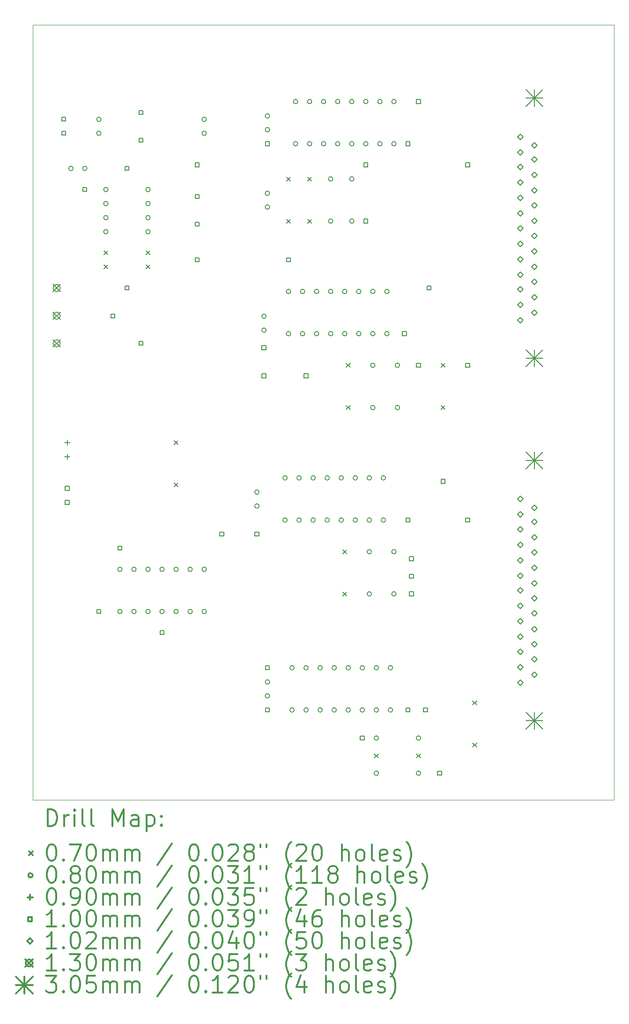
<source format=gbr>
%FSLAX45Y45*%
G04 Gerber Fmt 4.5, Leading zero omitted, Abs format (unit mm)*
G04 Created by KiCad (PCBNEW 4.0.7) date 02/18/18 17:55:50*
%MOMM*%
%LPD*%
G01*
G04 APERTURE LIST*
%ADD10C,0.127000*%
%ADD11C,0.100000*%
%ADD12C,0.200000*%
%ADD13C,0.300000*%
G04 APERTURE END LIST*
D10*
D11*
X13500000Y-17500000D02*
X3000000Y-17500000D01*
X13500000Y-3500000D02*
X13500000Y-17500000D01*
X3000000Y-3500000D02*
X13500000Y-3500000D01*
X3000000Y-17500000D02*
X3000000Y-3500000D01*
D12*
X4283000Y-7585000D02*
X4353000Y-7655000D01*
X4353000Y-7585000D02*
X4283000Y-7655000D01*
X4283000Y-7839000D02*
X4353000Y-7909000D01*
X4353000Y-7839000D02*
X4283000Y-7909000D01*
X5045000Y-7585000D02*
X5115000Y-7655000D01*
X5115000Y-7585000D02*
X5045000Y-7655000D01*
X5045000Y-7839000D02*
X5115000Y-7909000D01*
X5115000Y-7839000D02*
X5045000Y-7909000D01*
X5553000Y-11014000D02*
X5623000Y-11084000D01*
X5623000Y-11014000D02*
X5553000Y-11084000D01*
X5553000Y-11776000D02*
X5623000Y-11846000D01*
X5623000Y-11776000D02*
X5553000Y-11846000D01*
X7585000Y-6251500D02*
X7655000Y-6321500D01*
X7655000Y-6251500D02*
X7585000Y-6321500D01*
X7585000Y-7013500D02*
X7655000Y-7083500D01*
X7655000Y-7013500D02*
X7585000Y-7083500D01*
X7966000Y-6251500D02*
X8036000Y-6321500D01*
X8036000Y-6251500D02*
X7966000Y-6321500D01*
X7966000Y-7013500D02*
X8036000Y-7083500D01*
X8036000Y-7013500D02*
X7966000Y-7083500D01*
X8601000Y-12982500D02*
X8671000Y-13052500D01*
X8671000Y-12982500D02*
X8601000Y-13052500D01*
X8601000Y-13744500D02*
X8671000Y-13814500D01*
X8671000Y-13744500D02*
X8601000Y-13814500D01*
X8664500Y-9617000D02*
X8734500Y-9687000D01*
X8734500Y-9617000D02*
X8664500Y-9687000D01*
X8664500Y-10379000D02*
X8734500Y-10449000D01*
X8734500Y-10379000D02*
X8664500Y-10449000D01*
X9172500Y-16665500D02*
X9242500Y-16735500D01*
X9242500Y-16665500D02*
X9172500Y-16735500D01*
X9934500Y-16665500D02*
X10004500Y-16735500D01*
X10004500Y-16665500D02*
X9934500Y-16735500D01*
X10379000Y-9617000D02*
X10449000Y-9687000D01*
X10449000Y-9617000D02*
X10379000Y-9687000D01*
X10379000Y-10379000D02*
X10449000Y-10449000D01*
X10449000Y-10379000D02*
X10379000Y-10449000D01*
X10950500Y-15713000D02*
X11020500Y-15783000D01*
X11020500Y-15713000D02*
X10950500Y-15783000D01*
X10950500Y-16475000D02*
X11020500Y-16545000D01*
X11020500Y-16475000D02*
X10950500Y-16545000D01*
X3727000Y-6096000D02*
G75*
G03X3727000Y-6096000I-40000J0D01*
G01*
X3977000Y-6096000D02*
G75*
G03X3977000Y-6096000I-40000J0D01*
G01*
X4231000Y-5211000D02*
G75*
G03X4231000Y-5211000I-40000J0D01*
G01*
X4231000Y-5461000D02*
G75*
G03X4231000Y-5461000I-40000J0D01*
G01*
X4358000Y-6477000D02*
G75*
G03X4358000Y-6477000I-40000J0D01*
G01*
X4358000Y-6731000D02*
G75*
G03X4358000Y-6731000I-40000J0D01*
G01*
X4358000Y-6985000D02*
G75*
G03X4358000Y-6985000I-40000J0D01*
G01*
X4358000Y-7239000D02*
G75*
G03X4358000Y-7239000I-40000J0D01*
G01*
X4612000Y-13335000D02*
G75*
G03X4612000Y-13335000I-40000J0D01*
G01*
X4612000Y-14097000D02*
G75*
G03X4612000Y-14097000I-40000J0D01*
G01*
X4866000Y-13335000D02*
G75*
G03X4866000Y-13335000I-40000J0D01*
G01*
X4866000Y-14097000D02*
G75*
G03X4866000Y-14097000I-40000J0D01*
G01*
X5120000Y-6477000D02*
G75*
G03X5120000Y-6477000I-40000J0D01*
G01*
X5120000Y-6731000D02*
G75*
G03X5120000Y-6731000I-40000J0D01*
G01*
X5120000Y-6985000D02*
G75*
G03X5120000Y-6985000I-40000J0D01*
G01*
X5120000Y-7239000D02*
G75*
G03X5120000Y-7239000I-40000J0D01*
G01*
X5120000Y-13335000D02*
G75*
G03X5120000Y-13335000I-40000J0D01*
G01*
X5120000Y-14097000D02*
G75*
G03X5120000Y-14097000I-40000J0D01*
G01*
X5374000Y-13335000D02*
G75*
G03X5374000Y-13335000I-40000J0D01*
G01*
X5374000Y-14097000D02*
G75*
G03X5374000Y-14097000I-40000J0D01*
G01*
X5628000Y-13335000D02*
G75*
G03X5628000Y-13335000I-40000J0D01*
G01*
X5628000Y-14097000D02*
G75*
G03X5628000Y-14097000I-40000J0D01*
G01*
X5882000Y-13335000D02*
G75*
G03X5882000Y-13335000I-40000J0D01*
G01*
X5882000Y-14097000D02*
G75*
G03X5882000Y-14097000I-40000J0D01*
G01*
X6136000Y-5211000D02*
G75*
G03X6136000Y-5211000I-40000J0D01*
G01*
X6136000Y-5461000D02*
G75*
G03X6136000Y-5461000I-40000J0D01*
G01*
X6136000Y-13335000D02*
G75*
G03X6136000Y-13335000I-40000J0D01*
G01*
X6136000Y-14097000D02*
G75*
G03X6136000Y-14097000I-40000J0D01*
G01*
X7088500Y-11942000D02*
G75*
G03X7088500Y-11942000I-40000J0D01*
G01*
X7088500Y-12192000D02*
G75*
G03X7088500Y-12192000I-40000J0D01*
G01*
X7215500Y-8767000D02*
G75*
G03X7215500Y-8767000I-40000J0D01*
G01*
X7215500Y-9017000D02*
G75*
G03X7215500Y-9017000I-40000J0D01*
G01*
X7279000Y-5147500D02*
G75*
G03X7279000Y-5147500I-40000J0D01*
G01*
X7279000Y-5397500D02*
G75*
G03X7279000Y-5397500I-40000J0D01*
G01*
X7279000Y-6544500D02*
G75*
G03X7279000Y-6544500I-40000J0D01*
G01*
X7279000Y-6794500D02*
G75*
G03X7279000Y-6794500I-40000J0D01*
G01*
X7279000Y-15371000D02*
G75*
G03X7279000Y-15371000I-40000J0D01*
G01*
X7279000Y-15621000D02*
G75*
G03X7279000Y-15621000I-40000J0D01*
G01*
X7596500Y-11684000D02*
G75*
G03X7596500Y-11684000I-40000J0D01*
G01*
X7596500Y-12446000D02*
G75*
G03X7596500Y-12446000I-40000J0D01*
G01*
X7660000Y-8318500D02*
G75*
G03X7660000Y-8318500I-40000J0D01*
G01*
X7660000Y-9080500D02*
G75*
G03X7660000Y-9080500I-40000J0D01*
G01*
X7723500Y-15113000D02*
G75*
G03X7723500Y-15113000I-40000J0D01*
G01*
X7723500Y-15875000D02*
G75*
G03X7723500Y-15875000I-40000J0D01*
G01*
X7787000Y-4889500D02*
G75*
G03X7787000Y-4889500I-40000J0D01*
G01*
X7787000Y-5651500D02*
G75*
G03X7787000Y-5651500I-40000J0D01*
G01*
X7850500Y-11684000D02*
G75*
G03X7850500Y-11684000I-40000J0D01*
G01*
X7850500Y-12446000D02*
G75*
G03X7850500Y-12446000I-40000J0D01*
G01*
X7914000Y-8318500D02*
G75*
G03X7914000Y-8318500I-40000J0D01*
G01*
X7914000Y-9080500D02*
G75*
G03X7914000Y-9080500I-40000J0D01*
G01*
X7977500Y-15113000D02*
G75*
G03X7977500Y-15113000I-40000J0D01*
G01*
X7977500Y-15875000D02*
G75*
G03X7977500Y-15875000I-40000J0D01*
G01*
X8041000Y-4889500D02*
G75*
G03X8041000Y-4889500I-40000J0D01*
G01*
X8041000Y-5651500D02*
G75*
G03X8041000Y-5651500I-40000J0D01*
G01*
X8104500Y-11684000D02*
G75*
G03X8104500Y-11684000I-40000J0D01*
G01*
X8104500Y-12446000D02*
G75*
G03X8104500Y-12446000I-40000J0D01*
G01*
X8168000Y-8318500D02*
G75*
G03X8168000Y-8318500I-40000J0D01*
G01*
X8168000Y-9080500D02*
G75*
G03X8168000Y-9080500I-40000J0D01*
G01*
X8231500Y-15113000D02*
G75*
G03X8231500Y-15113000I-40000J0D01*
G01*
X8231500Y-15875000D02*
G75*
G03X8231500Y-15875000I-40000J0D01*
G01*
X8295000Y-4889500D02*
G75*
G03X8295000Y-4889500I-40000J0D01*
G01*
X8295000Y-5651500D02*
G75*
G03X8295000Y-5651500I-40000J0D01*
G01*
X8358500Y-11684000D02*
G75*
G03X8358500Y-11684000I-40000J0D01*
G01*
X8358500Y-12446000D02*
G75*
G03X8358500Y-12446000I-40000J0D01*
G01*
X8422000Y-6286500D02*
G75*
G03X8422000Y-6286500I-40000J0D01*
G01*
X8422000Y-7048500D02*
G75*
G03X8422000Y-7048500I-40000J0D01*
G01*
X8422000Y-8318500D02*
G75*
G03X8422000Y-8318500I-40000J0D01*
G01*
X8422000Y-9080500D02*
G75*
G03X8422000Y-9080500I-40000J0D01*
G01*
X8485500Y-15113000D02*
G75*
G03X8485500Y-15113000I-40000J0D01*
G01*
X8485500Y-15875000D02*
G75*
G03X8485500Y-15875000I-40000J0D01*
G01*
X8549000Y-4889500D02*
G75*
G03X8549000Y-4889500I-40000J0D01*
G01*
X8549000Y-5651500D02*
G75*
G03X8549000Y-5651500I-40000J0D01*
G01*
X8612500Y-11684000D02*
G75*
G03X8612500Y-11684000I-40000J0D01*
G01*
X8612500Y-12446000D02*
G75*
G03X8612500Y-12446000I-40000J0D01*
G01*
X8676000Y-8318500D02*
G75*
G03X8676000Y-8318500I-40000J0D01*
G01*
X8676000Y-9080500D02*
G75*
G03X8676000Y-9080500I-40000J0D01*
G01*
X8739500Y-15113000D02*
G75*
G03X8739500Y-15113000I-40000J0D01*
G01*
X8739500Y-15875000D02*
G75*
G03X8739500Y-15875000I-40000J0D01*
G01*
X8803000Y-4889500D02*
G75*
G03X8803000Y-4889500I-40000J0D01*
G01*
X8803000Y-5651500D02*
G75*
G03X8803000Y-5651500I-40000J0D01*
G01*
X8803000Y-6286500D02*
G75*
G03X8803000Y-6286500I-40000J0D01*
G01*
X8803000Y-7048500D02*
G75*
G03X8803000Y-7048500I-40000J0D01*
G01*
X8866500Y-11684000D02*
G75*
G03X8866500Y-11684000I-40000J0D01*
G01*
X8866500Y-12446000D02*
G75*
G03X8866500Y-12446000I-40000J0D01*
G01*
X8930000Y-8318500D02*
G75*
G03X8930000Y-8318500I-40000J0D01*
G01*
X8930000Y-9080500D02*
G75*
G03X8930000Y-9080500I-40000J0D01*
G01*
X8993500Y-15113000D02*
G75*
G03X8993500Y-15113000I-40000J0D01*
G01*
X8993500Y-15875000D02*
G75*
G03X8993500Y-15875000I-40000J0D01*
G01*
X9057000Y-4889500D02*
G75*
G03X9057000Y-4889500I-40000J0D01*
G01*
X9057000Y-5651500D02*
G75*
G03X9057000Y-5651500I-40000J0D01*
G01*
X9120500Y-11684000D02*
G75*
G03X9120500Y-11684000I-40000J0D01*
G01*
X9120500Y-12446000D02*
G75*
G03X9120500Y-12446000I-40000J0D01*
G01*
X9120500Y-13017500D02*
G75*
G03X9120500Y-13017500I-40000J0D01*
G01*
X9120500Y-13779500D02*
G75*
G03X9120500Y-13779500I-40000J0D01*
G01*
X9184000Y-8318500D02*
G75*
G03X9184000Y-8318500I-40000J0D01*
G01*
X9184000Y-9080500D02*
G75*
G03X9184000Y-9080500I-40000J0D01*
G01*
X9184000Y-9652000D02*
G75*
G03X9184000Y-9652000I-40000J0D01*
G01*
X9184000Y-10414000D02*
G75*
G03X9184000Y-10414000I-40000J0D01*
G01*
X9247500Y-15113000D02*
G75*
G03X9247500Y-15113000I-40000J0D01*
G01*
X9247500Y-15875000D02*
G75*
G03X9247500Y-15875000I-40000J0D01*
G01*
X9247500Y-16383000D02*
G75*
G03X9247500Y-16383000I-40000J0D01*
G01*
X9247500Y-17018000D02*
G75*
G03X9247500Y-17018000I-40000J0D01*
G01*
X9311000Y-4889500D02*
G75*
G03X9311000Y-4889500I-40000J0D01*
G01*
X9311000Y-5651500D02*
G75*
G03X9311000Y-5651500I-40000J0D01*
G01*
X9374500Y-11684000D02*
G75*
G03X9374500Y-11684000I-40000J0D01*
G01*
X9374500Y-12446000D02*
G75*
G03X9374500Y-12446000I-40000J0D01*
G01*
X9438000Y-8318500D02*
G75*
G03X9438000Y-8318500I-40000J0D01*
G01*
X9438000Y-9080500D02*
G75*
G03X9438000Y-9080500I-40000J0D01*
G01*
X9501500Y-15113000D02*
G75*
G03X9501500Y-15113000I-40000J0D01*
G01*
X9501500Y-15875000D02*
G75*
G03X9501500Y-15875000I-40000J0D01*
G01*
X9565000Y-4889500D02*
G75*
G03X9565000Y-4889500I-40000J0D01*
G01*
X9565000Y-5651500D02*
G75*
G03X9565000Y-5651500I-40000J0D01*
G01*
X9565000Y-13017500D02*
G75*
G03X9565000Y-13017500I-40000J0D01*
G01*
X9565000Y-13779500D02*
G75*
G03X9565000Y-13779500I-40000J0D01*
G01*
X9628500Y-9652000D02*
G75*
G03X9628500Y-9652000I-40000J0D01*
G01*
X9628500Y-10414000D02*
G75*
G03X9628500Y-10414000I-40000J0D01*
G01*
X10009500Y-16383000D02*
G75*
G03X10009500Y-16383000I-40000J0D01*
G01*
X10009500Y-17018000D02*
G75*
G03X10009500Y-17018000I-40000J0D01*
G01*
X3619500Y-11004000D02*
X3619500Y-11094000D01*
X3574500Y-11049000D02*
X3664500Y-11049000D01*
X3619500Y-11258000D02*
X3619500Y-11348000D01*
X3574500Y-11303000D02*
X3664500Y-11303000D01*
X3591356Y-5242356D02*
X3591356Y-5171644D01*
X3520644Y-5171644D01*
X3520644Y-5242356D01*
X3591356Y-5242356D01*
X3591356Y-5496356D02*
X3591356Y-5425644D01*
X3520644Y-5425644D01*
X3520644Y-5496356D01*
X3591356Y-5496356D01*
X3654856Y-11909856D02*
X3654856Y-11839144D01*
X3584144Y-11839144D01*
X3584144Y-11909856D01*
X3654856Y-11909856D01*
X3654856Y-12163856D02*
X3654856Y-12093144D01*
X3584144Y-12093144D01*
X3584144Y-12163856D01*
X3654856Y-12163856D01*
X3972356Y-6512356D02*
X3972356Y-6441644D01*
X3901644Y-6441644D01*
X3901644Y-6512356D01*
X3972356Y-6512356D01*
X4226356Y-14132356D02*
X4226356Y-14061644D01*
X4155644Y-14061644D01*
X4155644Y-14132356D01*
X4226356Y-14132356D01*
X4480356Y-8798356D02*
X4480356Y-8727644D01*
X4409644Y-8727644D01*
X4409644Y-8798356D01*
X4480356Y-8798356D01*
X4607356Y-12989356D02*
X4607356Y-12918644D01*
X4536644Y-12918644D01*
X4536644Y-12989356D01*
X4607356Y-12989356D01*
X4734356Y-6131356D02*
X4734356Y-6060644D01*
X4663644Y-6060644D01*
X4663644Y-6131356D01*
X4734356Y-6131356D01*
X4734356Y-8290356D02*
X4734356Y-8219644D01*
X4663644Y-8219644D01*
X4663644Y-8290356D01*
X4734356Y-8290356D01*
X4988356Y-5123356D02*
X4988356Y-5052644D01*
X4917644Y-5052644D01*
X4917644Y-5123356D01*
X4988356Y-5123356D01*
X4988356Y-5623356D02*
X4988356Y-5552644D01*
X4917644Y-5552644D01*
X4917644Y-5623356D01*
X4988356Y-5623356D01*
X4988356Y-9290356D02*
X4988356Y-9219644D01*
X4917644Y-9219644D01*
X4917644Y-9290356D01*
X4988356Y-9290356D01*
X5369356Y-14513356D02*
X5369356Y-14442644D01*
X5298644Y-14442644D01*
X5298644Y-14513356D01*
X5369356Y-14513356D01*
X6004356Y-6067856D02*
X6004356Y-5997144D01*
X5933644Y-5997144D01*
X5933644Y-6067856D01*
X6004356Y-6067856D01*
X6004356Y-6639356D02*
X6004356Y-6568644D01*
X5933644Y-6568644D01*
X5933644Y-6639356D01*
X6004356Y-6639356D01*
X6004356Y-7139356D02*
X6004356Y-7068644D01*
X5933644Y-7068644D01*
X5933644Y-7139356D01*
X6004356Y-7139356D01*
X6004356Y-7782356D02*
X6004356Y-7711644D01*
X5933644Y-7711644D01*
X5933644Y-7782356D01*
X6004356Y-7782356D01*
X6448856Y-12735356D02*
X6448856Y-12664644D01*
X6378144Y-12664644D01*
X6378144Y-12735356D01*
X6448856Y-12735356D01*
X7083856Y-12735356D02*
X7083856Y-12664644D01*
X7013144Y-12664644D01*
X7013144Y-12735356D01*
X7083856Y-12735356D01*
X7210856Y-9369856D02*
X7210856Y-9299144D01*
X7140144Y-9299144D01*
X7140144Y-9369856D01*
X7210856Y-9369856D01*
X7210856Y-9877856D02*
X7210856Y-9807144D01*
X7140144Y-9807144D01*
X7140144Y-9877856D01*
X7210856Y-9877856D01*
X7274356Y-5686856D02*
X7274356Y-5616144D01*
X7203644Y-5616144D01*
X7203644Y-5686856D01*
X7274356Y-5686856D01*
X7274356Y-15148356D02*
X7274356Y-15077644D01*
X7203644Y-15077644D01*
X7203644Y-15148356D01*
X7274356Y-15148356D01*
X7274356Y-15910356D02*
X7274356Y-15839644D01*
X7203644Y-15839644D01*
X7203644Y-15910356D01*
X7274356Y-15910356D01*
X7655356Y-7782356D02*
X7655356Y-7711644D01*
X7584644Y-7711644D01*
X7584644Y-7782356D01*
X7655356Y-7782356D01*
X7972856Y-9877856D02*
X7972856Y-9807144D01*
X7902144Y-9807144D01*
X7902144Y-9877856D01*
X7972856Y-9877856D01*
X8988856Y-16418356D02*
X8988856Y-16347644D01*
X8918144Y-16347644D01*
X8918144Y-16418356D01*
X8988856Y-16418356D01*
X9052356Y-6067856D02*
X9052356Y-5997144D01*
X8981644Y-5997144D01*
X8981644Y-6067856D01*
X9052356Y-6067856D01*
X9052356Y-7083856D02*
X9052356Y-7013144D01*
X8981644Y-7013144D01*
X8981644Y-7083856D01*
X9052356Y-7083856D01*
X9750856Y-9115856D02*
X9750856Y-9045144D01*
X9680144Y-9045144D01*
X9680144Y-9115856D01*
X9750856Y-9115856D01*
X9814356Y-5686856D02*
X9814356Y-5616144D01*
X9743644Y-5616144D01*
X9743644Y-5686856D01*
X9814356Y-5686856D01*
X9814356Y-12481356D02*
X9814356Y-12410644D01*
X9743644Y-12410644D01*
X9743644Y-12481356D01*
X9814356Y-12481356D01*
X9814356Y-15910356D02*
X9814356Y-15839644D01*
X9743644Y-15839644D01*
X9743644Y-15910356D01*
X9814356Y-15910356D01*
X9877856Y-13179856D02*
X9877856Y-13109144D01*
X9807144Y-13109144D01*
X9807144Y-13179856D01*
X9877856Y-13179856D01*
X9877856Y-13497356D02*
X9877856Y-13426644D01*
X9807144Y-13426644D01*
X9807144Y-13497356D01*
X9877856Y-13497356D01*
X9877856Y-13814856D02*
X9877856Y-13744144D01*
X9807144Y-13744144D01*
X9807144Y-13814856D01*
X9877856Y-13814856D01*
X10004856Y-4924856D02*
X10004856Y-4854144D01*
X9934144Y-4854144D01*
X9934144Y-4924856D01*
X10004856Y-4924856D01*
X10004856Y-9687356D02*
X10004856Y-9616644D01*
X9934144Y-9616644D01*
X9934144Y-9687356D01*
X10004856Y-9687356D01*
X10131856Y-15910356D02*
X10131856Y-15839644D01*
X10061144Y-15839644D01*
X10061144Y-15910356D01*
X10131856Y-15910356D01*
X10195356Y-8290356D02*
X10195356Y-8219644D01*
X10124644Y-8219644D01*
X10124644Y-8290356D01*
X10195356Y-8290356D01*
X10385856Y-17053356D02*
X10385856Y-16982644D01*
X10315144Y-16982644D01*
X10315144Y-17053356D01*
X10385856Y-17053356D01*
X10449356Y-11782856D02*
X10449356Y-11712144D01*
X10378644Y-11712144D01*
X10378644Y-11782856D01*
X10449356Y-11782856D01*
X10893856Y-6067856D02*
X10893856Y-5997144D01*
X10823144Y-5997144D01*
X10823144Y-6067856D01*
X10893856Y-6067856D01*
X10893856Y-9687356D02*
X10893856Y-9616644D01*
X10823144Y-9616644D01*
X10823144Y-9687356D01*
X10893856Y-9687356D01*
X10893856Y-12481356D02*
X10893856Y-12410644D01*
X10823144Y-12410644D01*
X10823144Y-12481356D01*
X10893856Y-12481356D01*
X11811000Y-5575500D02*
X11862000Y-5524500D01*
X11811000Y-5473500D01*
X11760000Y-5524500D01*
X11811000Y-5575500D01*
X11811000Y-5854500D02*
X11862000Y-5803500D01*
X11811000Y-5752500D01*
X11760000Y-5803500D01*
X11811000Y-5854500D01*
X11811000Y-6121500D02*
X11862000Y-6070500D01*
X11811000Y-6019500D01*
X11760000Y-6070500D01*
X11811000Y-6121500D01*
X11811000Y-6401500D02*
X11862000Y-6350500D01*
X11811000Y-6299500D01*
X11760000Y-6350500D01*
X11811000Y-6401500D01*
X11811000Y-6680500D02*
X11862000Y-6629500D01*
X11811000Y-6578500D01*
X11760000Y-6629500D01*
X11811000Y-6680500D01*
X11811000Y-6959500D02*
X11862000Y-6908500D01*
X11811000Y-6857500D01*
X11760000Y-6908500D01*
X11811000Y-6959500D01*
X11811000Y-7226500D02*
X11862000Y-7175500D01*
X11811000Y-7124500D01*
X11760000Y-7175500D01*
X11811000Y-7226500D01*
X11811000Y-7505500D02*
X11862000Y-7454500D01*
X11811000Y-7403500D01*
X11760000Y-7454500D01*
X11811000Y-7505500D01*
X11811000Y-7785500D02*
X11862000Y-7734500D01*
X11811000Y-7683500D01*
X11760000Y-7734500D01*
X11811000Y-7785500D01*
X11811000Y-8064500D02*
X11862000Y-8013500D01*
X11811000Y-7962500D01*
X11760000Y-8013500D01*
X11811000Y-8064500D01*
X11811000Y-8331500D02*
X11862000Y-8280500D01*
X11811000Y-8229500D01*
X11760000Y-8280500D01*
X11811000Y-8331500D01*
X11811000Y-8610500D02*
X11862000Y-8559500D01*
X11811000Y-8508500D01*
X11760000Y-8559500D01*
X11811000Y-8610500D01*
X11811000Y-8890500D02*
X11862000Y-8839500D01*
X11811000Y-8788500D01*
X11760000Y-8839500D01*
X11811000Y-8890500D01*
X11811000Y-12116000D02*
X11862000Y-12065000D01*
X11811000Y-12014000D01*
X11760000Y-12065000D01*
X11811000Y-12116000D01*
X11811000Y-12395000D02*
X11862000Y-12344000D01*
X11811000Y-12293000D01*
X11760000Y-12344000D01*
X11811000Y-12395000D01*
X11811000Y-12662000D02*
X11862000Y-12611000D01*
X11811000Y-12560000D01*
X11760000Y-12611000D01*
X11811000Y-12662000D01*
X11811000Y-12942000D02*
X11862000Y-12891000D01*
X11811000Y-12840000D01*
X11760000Y-12891000D01*
X11811000Y-12942000D01*
X11811000Y-13221000D02*
X11862000Y-13170000D01*
X11811000Y-13119000D01*
X11760000Y-13170000D01*
X11811000Y-13221000D01*
X11811000Y-13500000D02*
X11862000Y-13449000D01*
X11811000Y-13398000D01*
X11760000Y-13449000D01*
X11811000Y-13500000D01*
X11811000Y-13767000D02*
X11862000Y-13716000D01*
X11811000Y-13665000D01*
X11760000Y-13716000D01*
X11811000Y-13767000D01*
X11811000Y-14046000D02*
X11862000Y-13995000D01*
X11811000Y-13944000D01*
X11760000Y-13995000D01*
X11811000Y-14046000D01*
X11811000Y-14326000D02*
X11862000Y-14275000D01*
X11811000Y-14224000D01*
X11760000Y-14275000D01*
X11811000Y-14326000D01*
X11811000Y-14605000D02*
X11862000Y-14554000D01*
X11811000Y-14503000D01*
X11760000Y-14554000D01*
X11811000Y-14605000D01*
X11811000Y-14872000D02*
X11862000Y-14821000D01*
X11811000Y-14770000D01*
X11760000Y-14821000D01*
X11811000Y-14872000D01*
X11811000Y-15151000D02*
X11862000Y-15100000D01*
X11811000Y-15049000D01*
X11760000Y-15100000D01*
X11811000Y-15151000D01*
X11811000Y-15431000D02*
X11862000Y-15380000D01*
X11811000Y-15329000D01*
X11760000Y-15380000D01*
X11811000Y-15431000D01*
X12065000Y-5732500D02*
X12116000Y-5681500D01*
X12065000Y-5630500D01*
X12014000Y-5681500D01*
X12065000Y-5732500D01*
X12065000Y-5986500D02*
X12116000Y-5935500D01*
X12065000Y-5884500D01*
X12014000Y-5935500D01*
X12065000Y-5986500D01*
X12065000Y-6266500D02*
X12116000Y-6215500D01*
X12065000Y-6164500D01*
X12014000Y-6215500D01*
X12065000Y-6266500D01*
X12065000Y-6540500D02*
X12116000Y-6489500D01*
X12065000Y-6438500D01*
X12014000Y-6489500D01*
X12065000Y-6540500D01*
X12065000Y-6815500D02*
X12116000Y-6764500D01*
X12065000Y-6713500D01*
X12014000Y-6764500D01*
X12065000Y-6815500D01*
X12065000Y-7094500D02*
X12116000Y-7043500D01*
X12065000Y-6992500D01*
X12014000Y-7043500D01*
X12065000Y-7094500D01*
X12065000Y-7368500D02*
X12116000Y-7317500D01*
X12065000Y-7266500D01*
X12014000Y-7317500D01*
X12065000Y-7368500D01*
X12065000Y-7643500D02*
X12116000Y-7592500D01*
X12065000Y-7541500D01*
X12014000Y-7592500D01*
X12065000Y-7643500D01*
X12065000Y-7927500D02*
X12116000Y-7876500D01*
X12065000Y-7825500D01*
X12014000Y-7876500D01*
X12065000Y-7927500D01*
X12065000Y-8196500D02*
X12116000Y-8145500D01*
X12065000Y-8094500D01*
X12014000Y-8145500D01*
X12065000Y-8196500D01*
X12065000Y-8471500D02*
X12116000Y-8420500D01*
X12065000Y-8369500D01*
X12014000Y-8420500D01*
X12065000Y-8471500D01*
X12065000Y-8750500D02*
X12116000Y-8699500D01*
X12065000Y-8648500D01*
X12014000Y-8699500D01*
X12065000Y-8750500D01*
X12065000Y-12273000D02*
X12116000Y-12222000D01*
X12065000Y-12171000D01*
X12014000Y-12222000D01*
X12065000Y-12273000D01*
X12065000Y-12527000D02*
X12116000Y-12476000D01*
X12065000Y-12425000D01*
X12014000Y-12476000D01*
X12065000Y-12527000D01*
X12065000Y-12807000D02*
X12116000Y-12756000D01*
X12065000Y-12705000D01*
X12014000Y-12756000D01*
X12065000Y-12807000D01*
X12065000Y-13081000D02*
X12116000Y-13030000D01*
X12065000Y-12979000D01*
X12014000Y-13030000D01*
X12065000Y-13081000D01*
X12065000Y-13356000D02*
X12116000Y-13305000D01*
X12065000Y-13254000D01*
X12014000Y-13305000D01*
X12065000Y-13356000D01*
X12065000Y-13635000D02*
X12116000Y-13584000D01*
X12065000Y-13533000D01*
X12014000Y-13584000D01*
X12065000Y-13635000D01*
X12065000Y-13909000D02*
X12116000Y-13858000D01*
X12065000Y-13807000D01*
X12014000Y-13858000D01*
X12065000Y-13909000D01*
X12065000Y-14184000D02*
X12116000Y-14133000D01*
X12065000Y-14082000D01*
X12014000Y-14133000D01*
X12065000Y-14184000D01*
X12065000Y-14468000D02*
X12116000Y-14417000D01*
X12065000Y-14366000D01*
X12014000Y-14417000D01*
X12065000Y-14468000D01*
X12065000Y-14737000D02*
X12116000Y-14686000D01*
X12065000Y-14635000D01*
X12014000Y-14686000D01*
X12065000Y-14737000D01*
X12065000Y-15012000D02*
X12116000Y-14961000D01*
X12065000Y-14910000D01*
X12014000Y-14961000D01*
X12065000Y-15012000D01*
X12065000Y-15291000D02*
X12116000Y-15240000D01*
X12065000Y-15189000D01*
X12014000Y-15240000D01*
X12065000Y-15291000D01*
X3364000Y-8190000D02*
X3494000Y-8320000D01*
X3494000Y-8190000D02*
X3364000Y-8320000D01*
X3494000Y-8255000D02*
G75*
G03X3494000Y-8255000I-65000J0D01*
G01*
X3364000Y-8690000D02*
X3494000Y-8820000D01*
X3494000Y-8690000D02*
X3364000Y-8820000D01*
X3494000Y-8755000D02*
G75*
G03X3494000Y-8755000I-65000J0D01*
G01*
X3364000Y-9190000D02*
X3494000Y-9320000D01*
X3494000Y-9190000D02*
X3364000Y-9320000D01*
X3494000Y-9255000D02*
G75*
G03X3494000Y-9255000I-65000J0D01*
G01*
X11912500Y-4674000D02*
X12217500Y-4979000D01*
X12217500Y-4674000D02*
X11912500Y-4979000D01*
X12065000Y-4674000D02*
X12065000Y-4979000D01*
X11912500Y-4826500D02*
X12217500Y-4826500D01*
X11912500Y-9373000D02*
X12217500Y-9678000D01*
X12217500Y-9373000D02*
X11912500Y-9678000D01*
X12065000Y-9373000D02*
X12065000Y-9678000D01*
X11912500Y-9525500D02*
X12217500Y-9525500D01*
X11912500Y-11214500D02*
X12217500Y-11519500D01*
X12217500Y-11214500D02*
X11912500Y-11519500D01*
X12065000Y-11214500D02*
X12065000Y-11519500D01*
X11912500Y-11367000D02*
X12217500Y-11367000D01*
X11912500Y-15913500D02*
X12217500Y-16218500D01*
X12217500Y-15913500D02*
X11912500Y-16218500D01*
X12065000Y-15913500D02*
X12065000Y-16218500D01*
X11912500Y-16066000D02*
X12217500Y-16066000D01*
D13*
X3266428Y-17970714D02*
X3266428Y-17670714D01*
X3337857Y-17670714D01*
X3380714Y-17685000D01*
X3409286Y-17713572D01*
X3423571Y-17742143D01*
X3437857Y-17799286D01*
X3437857Y-17842143D01*
X3423571Y-17899286D01*
X3409286Y-17927857D01*
X3380714Y-17956429D01*
X3337857Y-17970714D01*
X3266428Y-17970714D01*
X3566428Y-17970714D02*
X3566428Y-17770714D01*
X3566428Y-17827857D02*
X3580714Y-17799286D01*
X3595000Y-17785000D01*
X3623571Y-17770714D01*
X3652143Y-17770714D01*
X3752143Y-17970714D02*
X3752143Y-17770714D01*
X3752143Y-17670714D02*
X3737857Y-17685000D01*
X3752143Y-17699286D01*
X3766428Y-17685000D01*
X3752143Y-17670714D01*
X3752143Y-17699286D01*
X3937857Y-17970714D02*
X3909286Y-17956429D01*
X3895000Y-17927857D01*
X3895000Y-17670714D01*
X4095000Y-17970714D02*
X4066428Y-17956429D01*
X4052143Y-17927857D01*
X4052143Y-17670714D01*
X4437857Y-17970714D02*
X4437857Y-17670714D01*
X4537857Y-17885000D01*
X4637857Y-17670714D01*
X4637857Y-17970714D01*
X4909286Y-17970714D02*
X4909286Y-17813572D01*
X4895000Y-17785000D01*
X4866429Y-17770714D01*
X4809286Y-17770714D01*
X4780714Y-17785000D01*
X4909286Y-17956429D02*
X4880714Y-17970714D01*
X4809286Y-17970714D01*
X4780714Y-17956429D01*
X4766429Y-17927857D01*
X4766429Y-17899286D01*
X4780714Y-17870714D01*
X4809286Y-17856429D01*
X4880714Y-17856429D01*
X4909286Y-17842143D01*
X5052143Y-17770714D02*
X5052143Y-18070714D01*
X5052143Y-17785000D02*
X5080714Y-17770714D01*
X5137857Y-17770714D01*
X5166429Y-17785000D01*
X5180714Y-17799286D01*
X5195000Y-17827857D01*
X5195000Y-17913572D01*
X5180714Y-17942143D01*
X5166429Y-17956429D01*
X5137857Y-17970714D01*
X5080714Y-17970714D01*
X5052143Y-17956429D01*
X5323571Y-17942143D02*
X5337857Y-17956429D01*
X5323571Y-17970714D01*
X5309286Y-17956429D01*
X5323571Y-17942143D01*
X5323571Y-17970714D01*
X5323571Y-17785000D02*
X5337857Y-17799286D01*
X5323571Y-17813572D01*
X5309286Y-17799286D01*
X5323571Y-17785000D01*
X5323571Y-17813572D01*
X2925000Y-18430000D02*
X2995000Y-18500000D01*
X2995000Y-18430000D02*
X2925000Y-18500000D01*
X3323571Y-18300714D02*
X3352143Y-18300714D01*
X3380714Y-18315000D01*
X3395000Y-18329286D01*
X3409286Y-18357857D01*
X3423571Y-18415000D01*
X3423571Y-18486429D01*
X3409286Y-18543572D01*
X3395000Y-18572143D01*
X3380714Y-18586429D01*
X3352143Y-18600714D01*
X3323571Y-18600714D01*
X3295000Y-18586429D01*
X3280714Y-18572143D01*
X3266428Y-18543572D01*
X3252143Y-18486429D01*
X3252143Y-18415000D01*
X3266428Y-18357857D01*
X3280714Y-18329286D01*
X3295000Y-18315000D01*
X3323571Y-18300714D01*
X3552143Y-18572143D02*
X3566428Y-18586429D01*
X3552143Y-18600714D01*
X3537857Y-18586429D01*
X3552143Y-18572143D01*
X3552143Y-18600714D01*
X3666428Y-18300714D02*
X3866428Y-18300714D01*
X3737857Y-18600714D01*
X4037857Y-18300714D02*
X4066428Y-18300714D01*
X4095000Y-18315000D01*
X4109286Y-18329286D01*
X4123571Y-18357857D01*
X4137857Y-18415000D01*
X4137857Y-18486429D01*
X4123571Y-18543572D01*
X4109286Y-18572143D01*
X4095000Y-18586429D01*
X4066428Y-18600714D01*
X4037857Y-18600714D01*
X4009286Y-18586429D01*
X3995000Y-18572143D01*
X3980714Y-18543572D01*
X3966428Y-18486429D01*
X3966428Y-18415000D01*
X3980714Y-18357857D01*
X3995000Y-18329286D01*
X4009286Y-18315000D01*
X4037857Y-18300714D01*
X4266429Y-18600714D02*
X4266429Y-18400714D01*
X4266429Y-18429286D02*
X4280714Y-18415000D01*
X4309286Y-18400714D01*
X4352143Y-18400714D01*
X4380714Y-18415000D01*
X4395000Y-18443572D01*
X4395000Y-18600714D01*
X4395000Y-18443572D02*
X4409286Y-18415000D01*
X4437857Y-18400714D01*
X4480714Y-18400714D01*
X4509286Y-18415000D01*
X4523571Y-18443572D01*
X4523571Y-18600714D01*
X4666429Y-18600714D02*
X4666429Y-18400714D01*
X4666429Y-18429286D02*
X4680714Y-18415000D01*
X4709286Y-18400714D01*
X4752143Y-18400714D01*
X4780714Y-18415000D01*
X4795000Y-18443572D01*
X4795000Y-18600714D01*
X4795000Y-18443572D02*
X4809286Y-18415000D01*
X4837857Y-18400714D01*
X4880714Y-18400714D01*
X4909286Y-18415000D01*
X4923571Y-18443572D01*
X4923571Y-18600714D01*
X5509286Y-18286429D02*
X5252143Y-18672143D01*
X5895000Y-18300714D02*
X5923571Y-18300714D01*
X5952143Y-18315000D01*
X5966428Y-18329286D01*
X5980714Y-18357857D01*
X5995000Y-18415000D01*
X5995000Y-18486429D01*
X5980714Y-18543572D01*
X5966428Y-18572143D01*
X5952143Y-18586429D01*
X5923571Y-18600714D01*
X5895000Y-18600714D01*
X5866428Y-18586429D01*
X5852143Y-18572143D01*
X5837857Y-18543572D01*
X5823571Y-18486429D01*
X5823571Y-18415000D01*
X5837857Y-18357857D01*
X5852143Y-18329286D01*
X5866428Y-18315000D01*
X5895000Y-18300714D01*
X6123571Y-18572143D02*
X6137857Y-18586429D01*
X6123571Y-18600714D01*
X6109286Y-18586429D01*
X6123571Y-18572143D01*
X6123571Y-18600714D01*
X6323571Y-18300714D02*
X6352143Y-18300714D01*
X6380714Y-18315000D01*
X6395000Y-18329286D01*
X6409285Y-18357857D01*
X6423571Y-18415000D01*
X6423571Y-18486429D01*
X6409285Y-18543572D01*
X6395000Y-18572143D01*
X6380714Y-18586429D01*
X6352143Y-18600714D01*
X6323571Y-18600714D01*
X6295000Y-18586429D01*
X6280714Y-18572143D01*
X6266428Y-18543572D01*
X6252143Y-18486429D01*
X6252143Y-18415000D01*
X6266428Y-18357857D01*
X6280714Y-18329286D01*
X6295000Y-18315000D01*
X6323571Y-18300714D01*
X6537857Y-18329286D02*
X6552143Y-18315000D01*
X6580714Y-18300714D01*
X6652143Y-18300714D01*
X6680714Y-18315000D01*
X6695000Y-18329286D01*
X6709285Y-18357857D01*
X6709285Y-18386429D01*
X6695000Y-18429286D01*
X6523571Y-18600714D01*
X6709285Y-18600714D01*
X6880714Y-18429286D02*
X6852143Y-18415000D01*
X6837857Y-18400714D01*
X6823571Y-18372143D01*
X6823571Y-18357857D01*
X6837857Y-18329286D01*
X6852143Y-18315000D01*
X6880714Y-18300714D01*
X6937857Y-18300714D01*
X6966428Y-18315000D01*
X6980714Y-18329286D01*
X6995000Y-18357857D01*
X6995000Y-18372143D01*
X6980714Y-18400714D01*
X6966428Y-18415000D01*
X6937857Y-18429286D01*
X6880714Y-18429286D01*
X6852143Y-18443572D01*
X6837857Y-18457857D01*
X6823571Y-18486429D01*
X6823571Y-18543572D01*
X6837857Y-18572143D01*
X6852143Y-18586429D01*
X6880714Y-18600714D01*
X6937857Y-18600714D01*
X6966428Y-18586429D01*
X6980714Y-18572143D01*
X6995000Y-18543572D01*
X6995000Y-18486429D01*
X6980714Y-18457857D01*
X6966428Y-18443572D01*
X6937857Y-18429286D01*
X7109286Y-18300714D02*
X7109286Y-18357857D01*
X7223571Y-18300714D02*
X7223571Y-18357857D01*
X7666428Y-18715000D02*
X7652143Y-18700714D01*
X7623571Y-18657857D01*
X7609285Y-18629286D01*
X7595000Y-18586429D01*
X7580714Y-18515000D01*
X7580714Y-18457857D01*
X7595000Y-18386429D01*
X7609285Y-18343572D01*
X7623571Y-18315000D01*
X7652143Y-18272143D01*
X7666428Y-18257857D01*
X7766428Y-18329286D02*
X7780714Y-18315000D01*
X7809285Y-18300714D01*
X7880714Y-18300714D01*
X7909285Y-18315000D01*
X7923571Y-18329286D01*
X7937857Y-18357857D01*
X7937857Y-18386429D01*
X7923571Y-18429286D01*
X7752143Y-18600714D01*
X7937857Y-18600714D01*
X8123571Y-18300714D02*
X8152143Y-18300714D01*
X8180714Y-18315000D01*
X8195000Y-18329286D01*
X8209285Y-18357857D01*
X8223571Y-18415000D01*
X8223571Y-18486429D01*
X8209285Y-18543572D01*
X8195000Y-18572143D01*
X8180714Y-18586429D01*
X8152143Y-18600714D01*
X8123571Y-18600714D01*
X8095000Y-18586429D01*
X8080714Y-18572143D01*
X8066428Y-18543572D01*
X8052143Y-18486429D01*
X8052143Y-18415000D01*
X8066428Y-18357857D01*
X8080714Y-18329286D01*
X8095000Y-18315000D01*
X8123571Y-18300714D01*
X8580714Y-18600714D02*
X8580714Y-18300714D01*
X8709286Y-18600714D02*
X8709286Y-18443572D01*
X8695000Y-18415000D01*
X8666428Y-18400714D01*
X8623571Y-18400714D01*
X8595000Y-18415000D01*
X8580714Y-18429286D01*
X8895000Y-18600714D02*
X8866428Y-18586429D01*
X8852143Y-18572143D01*
X8837857Y-18543572D01*
X8837857Y-18457857D01*
X8852143Y-18429286D01*
X8866428Y-18415000D01*
X8895000Y-18400714D01*
X8937857Y-18400714D01*
X8966428Y-18415000D01*
X8980714Y-18429286D01*
X8995000Y-18457857D01*
X8995000Y-18543572D01*
X8980714Y-18572143D01*
X8966428Y-18586429D01*
X8937857Y-18600714D01*
X8895000Y-18600714D01*
X9166428Y-18600714D02*
X9137857Y-18586429D01*
X9123571Y-18557857D01*
X9123571Y-18300714D01*
X9395000Y-18586429D02*
X9366429Y-18600714D01*
X9309286Y-18600714D01*
X9280714Y-18586429D01*
X9266429Y-18557857D01*
X9266429Y-18443572D01*
X9280714Y-18415000D01*
X9309286Y-18400714D01*
X9366429Y-18400714D01*
X9395000Y-18415000D01*
X9409286Y-18443572D01*
X9409286Y-18472143D01*
X9266429Y-18500714D01*
X9523571Y-18586429D02*
X9552143Y-18600714D01*
X9609286Y-18600714D01*
X9637857Y-18586429D01*
X9652143Y-18557857D01*
X9652143Y-18543572D01*
X9637857Y-18515000D01*
X9609286Y-18500714D01*
X9566429Y-18500714D01*
X9537857Y-18486429D01*
X9523571Y-18457857D01*
X9523571Y-18443572D01*
X9537857Y-18415000D01*
X9566429Y-18400714D01*
X9609286Y-18400714D01*
X9637857Y-18415000D01*
X9752143Y-18715000D02*
X9766429Y-18700714D01*
X9795000Y-18657857D01*
X9809286Y-18629286D01*
X9823571Y-18586429D01*
X9837857Y-18515000D01*
X9837857Y-18457857D01*
X9823571Y-18386429D01*
X9809286Y-18343572D01*
X9795000Y-18315000D01*
X9766429Y-18272143D01*
X9752143Y-18257857D01*
X2995000Y-18861000D02*
G75*
G03X2995000Y-18861000I-40000J0D01*
G01*
X3323571Y-18696714D02*
X3352143Y-18696714D01*
X3380714Y-18711000D01*
X3395000Y-18725286D01*
X3409286Y-18753857D01*
X3423571Y-18811000D01*
X3423571Y-18882429D01*
X3409286Y-18939572D01*
X3395000Y-18968143D01*
X3380714Y-18982429D01*
X3352143Y-18996714D01*
X3323571Y-18996714D01*
X3295000Y-18982429D01*
X3280714Y-18968143D01*
X3266428Y-18939572D01*
X3252143Y-18882429D01*
X3252143Y-18811000D01*
X3266428Y-18753857D01*
X3280714Y-18725286D01*
X3295000Y-18711000D01*
X3323571Y-18696714D01*
X3552143Y-18968143D02*
X3566428Y-18982429D01*
X3552143Y-18996714D01*
X3537857Y-18982429D01*
X3552143Y-18968143D01*
X3552143Y-18996714D01*
X3737857Y-18825286D02*
X3709286Y-18811000D01*
X3695000Y-18796714D01*
X3680714Y-18768143D01*
X3680714Y-18753857D01*
X3695000Y-18725286D01*
X3709286Y-18711000D01*
X3737857Y-18696714D01*
X3795000Y-18696714D01*
X3823571Y-18711000D01*
X3837857Y-18725286D01*
X3852143Y-18753857D01*
X3852143Y-18768143D01*
X3837857Y-18796714D01*
X3823571Y-18811000D01*
X3795000Y-18825286D01*
X3737857Y-18825286D01*
X3709286Y-18839572D01*
X3695000Y-18853857D01*
X3680714Y-18882429D01*
X3680714Y-18939572D01*
X3695000Y-18968143D01*
X3709286Y-18982429D01*
X3737857Y-18996714D01*
X3795000Y-18996714D01*
X3823571Y-18982429D01*
X3837857Y-18968143D01*
X3852143Y-18939572D01*
X3852143Y-18882429D01*
X3837857Y-18853857D01*
X3823571Y-18839572D01*
X3795000Y-18825286D01*
X4037857Y-18696714D02*
X4066428Y-18696714D01*
X4095000Y-18711000D01*
X4109286Y-18725286D01*
X4123571Y-18753857D01*
X4137857Y-18811000D01*
X4137857Y-18882429D01*
X4123571Y-18939572D01*
X4109286Y-18968143D01*
X4095000Y-18982429D01*
X4066428Y-18996714D01*
X4037857Y-18996714D01*
X4009286Y-18982429D01*
X3995000Y-18968143D01*
X3980714Y-18939572D01*
X3966428Y-18882429D01*
X3966428Y-18811000D01*
X3980714Y-18753857D01*
X3995000Y-18725286D01*
X4009286Y-18711000D01*
X4037857Y-18696714D01*
X4266429Y-18996714D02*
X4266429Y-18796714D01*
X4266429Y-18825286D02*
X4280714Y-18811000D01*
X4309286Y-18796714D01*
X4352143Y-18796714D01*
X4380714Y-18811000D01*
X4395000Y-18839572D01*
X4395000Y-18996714D01*
X4395000Y-18839572D02*
X4409286Y-18811000D01*
X4437857Y-18796714D01*
X4480714Y-18796714D01*
X4509286Y-18811000D01*
X4523571Y-18839572D01*
X4523571Y-18996714D01*
X4666429Y-18996714D02*
X4666429Y-18796714D01*
X4666429Y-18825286D02*
X4680714Y-18811000D01*
X4709286Y-18796714D01*
X4752143Y-18796714D01*
X4780714Y-18811000D01*
X4795000Y-18839572D01*
X4795000Y-18996714D01*
X4795000Y-18839572D02*
X4809286Y-18811000D01*
X4837857Y-18796714D01*
X4880714Y-18796714D01*
X4909286Y-18811000D01*
X4923571Y-18839572D01*
X4923571Y-18996714D01*
X5509286Y-18682429D02*
X5252143Y-19068143D01*
X5895000Y-18696714D02*
X5923571Y-18696714D01*
X5952143Y-18711000D01*
X5966428Y-18725286D01*
X5980714Y-18753857D01*
X5995000Y-18811000D01*
X5995000Y-18882429D01*
X5980714Y-18939572D01*
X5966428Y-18968143D01*
X5952143Y-18982429D01*
X5923571Y-18996714D01*
X5895000Y-18996714D01*
X5866428Y-18982429D01*
X5852143Y-18968143D01*
X5837857Y-18939572D01*
X5823571Y-18882429D01*
X5823571Y-18811000D01*
X5837857Y-18753857D01*
X5852143Y-18725286D01*
X5866428Y-18711000D01*
X5895000Y-18696714D01*
X6123571Y-18968143D02*
X6137857Y-18982429D01*
X6123571Y-18996714D01*
X6109286Y-18982429D01*
X6123571Y-18968143D01*
X6123571Y-18996714D01*
X6323571Y-18696714D02*
X6352143Y-18696714D01*
X6380714Y-18711000D01*
X6395000Y-18725286D01*
X6409285Y-18753857D01*
X6423571Y-18811000D01*
X6423571Y-18882429D01*
X6409285Y-18939572D01*
X6395000Y-18968143D01*
X6380714Y-18982429D01*
X6352143Y-18996714D01*
X6323571Y-18996714D01*
X6295000Y-18982429D01*
X6280714Y-18968143D01*
X6266428Y-18939572D01*
X6252143Y-18882429D01*
X6252143Y-18811000D01*
X6266428Y-18753857D01*
X6280714Y-18725286D01*
X6295000Y-18711000D01*
X6323571Y-18696714D01*
X6523571Y-18696714D02*
X6709285Y-18696714D01*
X6609285Y-18811000D01*
X6652143Y-18811000D01*
X6680714Y-18825286D01*
X6695000Y-18839572D01*
X6709285Y-18868143D01*
X6709285Y-18939572D01*
X6695000Y-18968143D01*
X6680714Y-18982429D01*
X6652143Y-18996714D01*
X6566428Y-18996714D01*
X6537857Y-18982429D01*
X6523571Y-18968143D01*
X6995000Y-18996714D02*
X6823571Y-18996714D01*
X6909285Y-18996714D02*
X6909285Y-18696714D01*
X6880714Y-18739572D01*
X6852143Y-18768143D01*
X6823571Y-18782429D01*
X7109286Y-18696714D02*
X7109286Y-18753857D01*
X7223571Y-18696714D02*
X7223571Y-18753857D01*
X7666428Y-19111000D02*
X7652143Y-19096714D01*
X7623571Y-19053857D01*
X7609285Y-19025286D01*
X7595000Y-18982429D01*
X7580714Y-18911000D01*
X7580714Y-18853857D01*
X7595000Y-18782429D01*
X7609285Y-18739572D01*
X7623571Y-18711000D01*
X7652143Y-18668143D01*
X7666428Y-18653857D01*
X7937857Y-18996714D02*
X7766428Y-18996714D01*
X7852143Y-18996714D02*
X7852143Y-18696714D01*
X7823571Y-18739572D01*
X7795000Y-18768143D01*
X7766428Y-18782429D01*
X8223571Y-18996714D02*
X8052143Y-18996714D01*
X8137857Y-18996714D02*
X8137857Y-18696714D01*
X8109285Y-18739572D01*
X8080714Y-18768143D01*
X8052143Y-18782429D01*
X8395000Y-18825286D02*
X8366428Y-18811000D01*
X8352143Y-18796714D01*
X8337857Y-18768143D01*
X8337857Y-18753857D01*
X8352143Y-18725286D01*
X8366428Y-18711000D01*
X8395000Y-18696714D01*
X8452143Y-18696714D01*
X8480714Y-18711000D01*
X8495000Y-18725286D01*
X8509286Y-18753857D01*
X8509286Y-18768143D01*
X8495000Y-18796714D01*
X8480714Y-18811000D01*
X8452143Y-18825286D01*
X8395000Y-18825286D01*
X8366428Y-18839572D01*
X8352143Y-18853857D01*
X8337857Y-18882429D01*
X8337857Y-18939572D01*
X8352143Y-18968143D01*
X8366428Y-18982429D01*
X8395000Y-18996714D01*
X8452143Y-18996714D01*
X8480714Y-18982429D01*
X8495000Y-18968143D01*
X8509286Y-18939572D01*
X8509286Y-18882429D01*
X8495000Y-18853857D01*
X8480714Y-18839572D01*
X8452143Y-18825286D01*
X8866428Y-18996714D02*
X8866428Y-18696714D01*
X8995000Y-18996714D02*
X8995000Y-18839572D01*
X8980714Y-18811000D01*
X8952143Y-18796714D01*
X8909286Y-18796714D01*
X8880714Y-18811000D01*
X8866428Y-18825286D01*
X9180714Y-18996714D02*
X9152143Y-18982429D01*
X9137857Y-18968143D01*
X9123571Y-18939572D01*
X9123571Y-18853857D01*
X9137857Y-18825286D01*
X9152143Y-18811000D01*
X9180714Y-18796714D01*
X9223571Y-18796714D01*
X9252143Y-18811000D01*
X9266428Y-18825286D01*
X9280714Y-18853857D01*
X9280714Y-18939572D01*
X9266428Y-18968143D01*
X9252143Y-18982429D01*
X9223571Y-18996714D01*
X9180714Y-18996714D01*
X9452143Y-18996714D02*
X9423571Y-18982429D01*
X9409286Y-18953857D01*
X9409286Y-18696714D01*
X9680714Y-18982429D02*
X9652143Y-18996714D01*
X9595000Y-18996714D01*
X9566429Y-18982429D01*
X9552143Y-18953857D01*
X9552143Y-18839572D01*
X9566429Y-18811000D01*
X9595000Y-18796714D01*
X9652143Y-18796714D01*
X9680714Y-18811000D01*
X9695000Y-18839572D01*
X9695000Y-18868143D01*
X9552143Y-18896714D01*
X9809286Y-18982429D02*
X9837857Y-18996714D01*
X9895000Y-18996714D01*
X9923571Y-18982429D01*
X9937857Y-18953857D01*
X9937857Y-18939572D01*
X9923571Y-18911000D01*
X9895000Y-18896714D01*
X9852143Y-18896714D01*
X9823571Y-18882429D01*
X9809286Y-18853857D01*
X9809286Y-18839572D01*
X9823571Y-18811000D01*
X9852143Y-18796714D01*
X9895000Y-18796714D01*
X9923571Y-18811000D01*
X10037857Y-19111000D02*
X10052143Y-19096714D01*
X10080714Y-19053857D01*
X10095000Y-19025286D01*
X10109286Y-18982429D01*
X10123571Y-18911000D01*
X10123571Y-18853857D01*
X10109286Y-18782429D01*
X10095000Y-18739572D01*
X10080714Y-18711000D01*
X10052143Y-18668143D01*
X10037857Y-18653857D01*
X2950000Y-19212000D02*
X2950000Y-19302000D01*
X2905000Y-19257000D02*
X2995000Y-19257000D01*
X3323571Y-19092714D02*
X3352143Y-19092714D01*
X3380714Y-19107000D01*
X3395000Y-19121286D01*
X3409286Y-19149857D01*
X3423571Y-19207000D01*
X3423571Y-19278429D01*
X3409286Y-19335572D01*
X3395000Y-19364143D01*
X3380714Y-19378429D01*
X3352143Y-19392714D01*
X3323571Y-19392714D01*
X3295000Y-19378429D01*
X3280714Y-19364143D01*
X3266428Y-19335572D01*
X3252143Y-19278429D01*
X3252143Y-19207000D01*
X3266428Y-19149857D01*
X3280714Y-19121286D01*
X3295000Y-19107000D01*
X3323571Y-19092714D01*
X3552143Y-19364143D02*
X3566428Y-19378429D01*
X3552143Y-19392714D01*
X3537857Y-19378429D01*
X3552143Y-19364143D01*
X3552143Y-19392714D01*
X3709286Y-19392714D02*
X3766428Y-19392714D01*
X3795000Y-19378429D01*
X3809286Y-19364143D01*
X3837857Y-19321286D01*
X3852143Y-19264143D01*
X3852143Y-19149857D01*
X3837857Y-19121286D01*
X3823571Y-19107000D01*
X3795000Y-19092714D01*
X3737857Y-19092714D01*
X3709286Y-19107000D01*
X3695000Y-19121286D01*
X3680714Y-19149857D01*
X3680714Y-19221286D01*
X3695000Y-19249857D01*
X3709286Y-19264143D01*
X3737857Y-19278429D01*
X3795000Y-19278429D01*
X3823571Y-19264143D01*
X3837857Y-19249857D01*
X3852143Y-19221286D01*
X4037857Y-19092714D02*
X4066428Y-19092714D01*
X4095000Y-19107000D01*
X4109286Y-19121286D01*
X4123571Y-19149857D01*
X4137857Y-19207000D01*
X4137857Y-19278429D01*
X4123571Y-19335572D01*
X4109286Y-19364143D01*
X4095000Y-19378429D01*
X4066428Y-19392714D01*
X4037857Y-19392714D01*
X4009286Y-19378429D01*
X3995000Y-19364143D01*
X3980714Y-19335572D01*
X3966428Y-19278429D01*
X3966428Y-19207000D01*
X3980714Y-19149857D01*
X3995000Y-19121286D01*
X4009286Y-19107000D01*
X4037857Y-19092714D01*
X4266429Y-19392714D02*
X4266429Y-19192714D01*
X4266429Y-19221286D02*
X4280714Y-19207000D01*
X4309286Y-19192714D01*
X4352143Y-19192714D01*
X4380714Y-19207000D01*
X4395000Y-19235572D01*
X4395000Y-19392714D01*
X4395000Y-19235572D02*
X4409286Y-19207000D01*
X4437857Y-19192714D01*
X4480714Y-19192714D01*
X4509286Y-19207000D01*
X4523571Y-19235572D01*
X4523571Y-19392714D01*
X4666429Y-19392714D02*
X4666429Y-19192714D01*
X4666429Y-19221286D02*
X4680714Y-19207000D01*
X4709286Y-19192714D01*
X4752143Y-19192714D01*
X4780714Y-19207000D01*
X4795000Y-19235572D01*
X4795000Y-19392714D01*
X4795000Y-19235572D02*
X4809286Y-19207000D01*
X4837857Y-19192714D01*
X4880714Y-19192714D01*
X4909286Y-19207000D01*
X4923571Y-19235572D01*
X4923571Y-19392714D01*
X5509286Y-19078429D02*
X5252143Y-19464143D01*
X5895000Y-19092714D02*
X5923571Y-19092714D01*
X5952143Y-19107000D01*
X5966428Y-19121286D01*
X5980714Y-19149857D01*
X5995000Y-19207000D01*
X5995000Y-19278429D01*
X5980714Y-19335572D01*
X5966428Y-19364143D01*
X5952143Y-19378429D01*
X5923571Y-19392714D01*
X5895000Y-19392714D01*
X5866428Y-19378429D01*
X5852143Y-19364143D01*
X5837857Y-19335572D01*
X5823571Y-19278429D01*
X5823571Y-19207000D01*
X5837857Y-19149857D01*
X5852143Y-19121286D01*
X5866428Y-19107000D01*
X5895000Y-19092714D01*
X6123571Y-19364143D02*
X6137857Y-19378429D01*
X6123571Y-19392714D01*
X6109286Y-19378429D01*
X6123571Y-19364143D01*
X6123571Y-19392714D01*
X6323571Y-19092714D02*
X6352143Y-19092714D01*
X6380714Y-19107000D01*
X6395000Y-19121286D01*
X6409285Y-19149857D01*
X6423571Y-19207000D01*
X6423571Y-19278429D01*
X6409285Y-19335572D01*
X6395000Y-19364143D01*
X6380714Y-19378429D01*
X6352143Y-19392714D01*
X6323571Y-19392714D01*
X6295000Y-19378429D01*
X6280714Y-19364143D01*
X6266428Y-19335572D01*
X6252143Y-19278429D01*
X6252143Y-19207000D01*
X6266428Y-19149857D01*
X6280714Y-19121286D01*
X6295000Y-19107000D01*
X6323571Y-19092714D01*
X6523571Y-19092714D02*
X6709285Y-19092714D01*
X6609285Y-19207000D01*
X6652143Y-19207000D01*
X6680714Y-19221286D01*
X6695000Y-19235572D01*
X6709285Y-19264143D01*
X6709285Y-19335572D01*
X6695000Y-19364143D01*
X6680714Y-19378429D01*
X6652143Y-19392714D01*
X6566428Y-19392714D01*
X6537857Y-19378429D01*
X6523571Y-19364143D01*
X6980714Y-19092714D02*
X6837857Y-19092714D01*
X6823571Y-19235572D01*
X6837857Y-19221286D01*
X6866428Y-19207000D01*
X6937857Y-19207000D01*
X6966428Y-19221286D01*
X6980714Y-19235572D01*
X6995000Y-19264143D01*
X6995000Y-19335572D01*
X6980714Y-19364143D01*
X6966428Y-19378429D01*
X6937857Y-19392714D01*
X6866428Y-19392714D01*
X6837857Y-19378429D01*
X6823571Y-19364143D01*
X7109286Y-19092714D02*
X7109286Y-19149857D01*
X7223571Y-19092714D02*
X7223571Y-19149857D01*
X7666428Y-19507000D02*
X7652143Y-19492714D01*
X7623571Y-19449857D01*
X7609285Y-19421286D01*
X7595000Y-19378429D01*
X7580714Y-19307000D01*
X7580714Y-19249857D01*
X7595000Y-19178429D01*
X7609285Y-19135572D01*
X7623571Y-19107000D01*
X7652143Y-19064143D01*
X7666428Y-19049857D01*
X7766428Y-19121286D02*
X7780714Y-19107000D01*
X7809285Y-19092714D01*
X7880714Y-19092714D01*
X7909285Y-19107000D01*
X7923571Y-19121286D01*
X7937857Y-19149857D01*
X7937857Y-19178429D01*
X7923571Y-19221286D01*
X7752143Y-19392714D01*
X7937857Y-19392714D01*
X8295000Y-19392714D02*
X8295000Y-19092714D01*
X8423571Y-19392714D02*
X8423571Y-19235572D01*
X8409286Y-19207000D01*
X8380714Y-19192714D01*
X8337857Y-19192714D01*
X8309285Y-19207000D01*
X8295000Y-19221286D01*
X8609286Y-19392714D02*
X8580714Y-19378429D01*
X8566428Y-19364143D01*
X8552143Y-19335572D01*
X8552143Y-19249857D01*
X8566428Y-19221286D01*
X8580714Y-19207000D01*
X8609286Y-19192714D01*
X8652143Y-19192714D01*
X8680714Y-19207000D01*
X8695000Y-19221286D01*
X8709286Y-19249857D01*
X8709286Y-19335572D01*
X8695000Y-19364143D01*
X8680714Y-19378429D01*
X8652143Y-19392714D01*
X8609286Y-19392714D01*
X8880714Y-19392714D02*
X8852143Y-19378429D01*
X8837857Y-19349857D01*
X8837857Y-19092714D01*
X9109286Y-19378429D02*
X9080714Y-19392714D01*
X9023571Y-19392714D01*
X8995000Y-19378429D01*
X8980714Y-19349857D01*
X8980714Y-19235572D01*
X8995000Y-19207000D01*
X9023571Y-19192714D01*
X9080714Y-19192714D01*
X9109286Y-19207000D01*
X9123571Y-19235572D01*
X9123571Y-19264143D01*
X8980714Y-19292714D01*
X9237857Y-19378429D02*
X9266429Y-19392714D01*
X9323571Y-19392714D01*
X9352143Y-19378429D01*
X9366429Y-19349857D01*
X9366429Y-19335572D01*
X9352143Y-19307000D01*
X9323571Y-19292714D01*
X9280714Y-19292714D01*
X9252143Y-19278429D01*
X9237857Y-19249857D01*
X9237857Y-19235572D01*
X9252143Y-19207000D01*
X9280714Y-19192714D01*
X9323571Y-19192714D01*
X9352143Y-19207000D01*
X9466428Y-19507000D02*
X9480714Y-19492714D01*
X9509286Y-19449857D01*
X9523571Y-19421286D01*
X9537857Y-19378429D01*
X9552143Y-19307000D01*
X9552143Y-19249857D01*
X9537857Y-19178429D01*
X9523571Y-19135572D01*
X9509286Y-19107000D01*
X9480714Y-19064143D01*
X9466428Y-19049857D01*
X2980356Y-19688356D02*
X2980356Y-19617644D01*
X2909644Y-19617644D01*
X2909644Y-19688356D01*
X2980356Y-19688356D01*
X3423571Y-19788714D02*
X3252143Y-19788714D01*
X3337857Y-19788714D02*
X3337857Y-19488714D01*
X3309286Y-19531572D01*
X3280714Y-19560143D01*
X3252143Y-19574429D01*
X3552143Y-19760143D02*
X3566428Y-19774429D01*
X3552143Y-19788714D01*
X3537857Y-19774429D01*
X3552143Y-19760143D01*
X3552143Y-19788714D01*
X3752143Y-19488714D02*
X3780714Y-19488714D01*
X3809286Y-19503000D01*
X3823571Y-19517286D01*
X3837857Y-19545857D01*
X3852143Y-19603000D01*
X3852143Y-19674429D01*
X3837857Y-19731572D01*
X3823571Y-19760143D01*
X3809286Y-19774429D01*
X3780714Y-19788714D01*
X3752143Y-19788714D01*
X3723571Y-19774429D01*
X3709286Y-19760143D01*
X3695000Y-19731572D01*
X3680714Y-19674429D01*
X3680714Y-19603000D01*
X3695000Y-19545857D01*
X3709286Y-19517286D01*
X3723571Y-19503000D01*
X3752143Y-19488714D01*
X4037857Y-19488714D02*
X4066428Y-19488714D01*
X4095000Y-19503000D01*
X4109286Y-19517286D01*
X4123571Y-19545857D01*
X4137857Y-19603000D01*
X4137857Y-19674429D01*
X4123571Y-19731572D01*
X4109286Y-19760143D01*
X4095000Y-19774429D01*
X4066428Y-19788714D01*
X4037857Y-19788714D01*
X4009286Y-19774429D01*
X3995000Y-19760143D01*
X3980714Y-19731572D01*
X3966428Y-19674429D01*
X3966428Y-19603000D01*
X3980714Y-19545857D01*
X3995000Y-19517286D01*
X4009286Y-19503000D01*
X4037857Y-19488714D01*
X4266429Y-19788714D02*
X4266429Y-19588714D01*
X4266429Y-19617286D02*
X4280714Y-19603000D01*
X4309286Y-19588714D01*
X4352143Y-19588714D01*
X4380714Y-19603000D01*
X4395000Y-19631572D01*
X4395000Y-19788714D01*
X4395000Y-19631572D02*
X4409286Y-19603000D01*
X4437857Y-19588714D01*
X4480714Y-19588714D01*
X4509286Y-19603000D01*
X4523571Y-19631572D01*
X4523571Y-19788714D01*
X4666429Y-19788714D02*
X4666429Y-19588714D01*
X4666429Y-19617286D02*
X4680714Y-19603000D01*
X4709286Y-19588714D01*
X4752143Y-19588714D01*
X4780714Y-19603000D01*
X4795000Y-19631572D01*
X4795000Y-19788714D01*
X4795000Y-19631572D02*
X4809286Y-19603000D01*
X4837857Y-19588714D01*
X4880714Y-19588714D01*
X4909286Y-19603000D01*
X4923571Y-19631572D01*
X4923571Y-19788714D01*
X5509286Y-19474429D02*
X5252143Y-19860143D01*
X5895000Y-19488714D02*
X5923571Y-19488714D01*
X5952143Y-19503000D01*
X5966428Y-19517286D01*
X5980714Y-19545857D01*
X5995000Y-19603000D01*
X5995000Y-19674429D01*
X5980714Y-19731572D01*
X5966428Y-19760143D01*
X5952143Y-19774429D01*
X5923571Y-19788714D01*
X5895000Y-19788714D01*
X5866428Y-19774429D01*
X5852143Y-19760143D01*
X5837857Y-19731572D01*
X5823571Y-19674429D01*
X5823571Y-19603000D01*
X5837857Y-19545857D01*
X5852143Y-19517286D01*
X5866428Y-19503000D01*
X5895000Y-19488714D01*
X6123571Y-19760143D02*
X6137857Y-19774429D01*
X6123571Y-19788714D01*
X6109286Y-19774429D01*
X6123571Y-19760143D01*
X6123571Y-19788714D01*
X6323571Y-19488714D02*
X6352143Y-19488714D01*
X6380714Y-19503000D01*
X6395000Y-19517286D01*
X6409285Y-19545857D01*
X6423571Y-19603000D01*
X6423571Y-19674429D01*
X6409285Y-19731572D01*
X6395000Y-19760143D01*
X6380714Y-19774429D01*
X6352143Y-19788714D01*
X6323571Y-19788714D01*
X6295000Y-19774429D01*
X6280714Y-19760143D01*
X6266428Y-19731572D01*
X6252143Y-19674429D01*
X6252143Y-19603000D01*
X6266428Y-19545857D01*
X6280714Y-19517286D01*
X6295000Y-19503000D01*
X6323571Y-19488714D01*
X6523571Y-19488714D02*
X6709285Y-19488714D01*
X6609285Y-19603000D01*
X6652143Y-19603000D01*
X6680714Y-19617286D01*
X6695000Y-19631572D01*
X6709285Y-19660143D01*
X6709285Y-19731572D01*
X6695000Y-19760143D01*
X6680714Y-19774429D01*
X6652143Y-19788714D01*
X6566428Y-19788714D01*
X6537857Y-19774429D01*
X6523571Y-19760143D01*
X6852143Y-19788714D02*
X6909285Y-19788714D01*
X6937857Y-19774429D01*
X6952143Y-19760143D01*
X6980714Y-19717286D01*
X6995000Y-19660143D01*
X6995000Y-19545857D01*
X6980714Y-19517286D01*
X6966428Y-19503000D01*
X6937857Y-19488714D01*
X6880714Y-19488714D01*
X6852143Y-19503000D01*
X6837857Y-19517286D01*
X6823571Y-19545857D01*
X6823571Y-19617286D01*
X6837857Y-19645857D01*
X6852143Y-19660143D01*
X6880714Y-19674429D01*
X6937857Y-19674429D01*
X6966428Y-19660143D01*
X6980714Y-19645857D01*
X6995000Y-19617286D01*
X7109286Y-19488714D02*
X7109286Y-19545857D01*
X7223571Y-19488714D02*
X7223571Y-19545857D01*
X7666428Y-19903000D02*
X7652143Y-19888714D01*
X7623571Y-19845857D01*
X7609285Y-19817286D01*
X7595000Y-19774429D01*
X7580714Y-19703000D01*
X7580714Y-19645857D01*
X7595000Y-19574429D01*
X7609285Y-19531572D01*
X7623571Y-19503000D01*
X7652143Y-19460143D01*
X7666428Y-19445857D01*
X7909285Y-19588714D02*
X7909285Y-19788714D01*
X7837857Y-19474429D02*
X7766428Y-19688714D01*
X7952143Y-19688714D01*
X8195000Y-19488714D02*
X8137857Y-19488714D01*
X8109285Y-19503000D01*
X8095000Y-19517286D01*
X8066428Y-19560143D01*
X8052143Y-19617286D01*
X8052143Y-19731572D01*
X8066428Y-19760143D01*
X8080714Y-19774429D01*
X8109285Y-19788714D01*
X8166428Y-19788714D01*
X8195000Y-19774429D01*
X8209285Y-19760143D01*
X8223571Y-19731572D01*
X8223571Y-19660143D01*
X8209285Y-19631572D01*
X8195000Y-19617286D01*
X8166428Y-19603000D01*
X8109285Y-19603000D01*
X8080714Y-19617286D01*
X8066428Y-19631572D01*
X8052143Y-19660143D01*
X8580714Y-19788714D02*
X8580714Y-19488714D01*
X8709286Y-19788714D02*
X8709286Y-19631572D01*
X8695000Y-19603000D01*
X8666428Y-19588714D01*
X8623571Y-19588714D01*
X8595000Y-19603000D01*
X8580714Y-19617286D01*
X8895000Y-19788714D02*
X8866428Y-19774429D01*
X8852143Y-19760143D01*
X8837857Y-19731572D01*
X8837857Y-19645857D01*
X8852143Y-19617286D01*
X8866428Y-19603000D01*
X8895000Y-19588714D01*
X8937857Y-19588714D01*
X8966428Y-19603000D01*
X8980714Y-19617286D01*
X8995000Y-19645857D01*
X8995000Y-19731572D01*
X8980714Y-19760143D01*
X8966428Y-19774429D01*
X8937857Y-19788714D01*
X8895000Y-19788714D01*
X9166428Y-19788714D02*
X9137857Y-19774429D01*
X9123571Y-19745857D01*
X9123571Y-19488714D01*
X9395000Y-19774429D02*
X9366429Y-19788714D01*
X9309286Y-19788714D01*
X9280714Y-19774429D01*
X9266429Y-19745857D01*
X9266429Y-19631572D01*
X9280714Y-19603000D01*
X9309286Y-19588714D01*
X9366429Y-19588714D01*
X9395000Y-19603000D01*
X9409286Y-19631572D01*
X9409286Y-19660143D01*
X9266429Y-19688714D01*
X9523571Y-19774429D02*
X9552143Y-19788714D01*
X9609286Y-19788714D01*
X9637857Y-19774429D01*
X9652143Y-19745857D01*
X9652143Y-19731572D01*
X9637857Y-19703000D01*
X9609286Y-19688714D01*
X9566429Y-19688714D01*
X9537857Y-19674429D01*
X9523571Y-19645857D01*
X9523571Y-19631572D01*
X9537857Y-19603000D01*
X9566429Y-19588714D01*
X9609286Y-19588714D01*
X9637857Y-19603000D01*
X9752143Y-19903000D02*
X9766429Y-19888714D01*
X9795000Y-19845857D01*
X9809286Y-19817286D01*
X9823571Y-19774429D01*
X9837857Y-19703000D01*
X9837857Y-19645857D01*
X9823571Y-19574429D01*
X9809286Y-19531572D01*
X9795000Y-19503000D01*
X9766429Y-19460143D01*
X9752143Y-19445857D01*
X2944000Y-20100000D02*
X2995000Y-20049000D01*
X2944000Y-19998000D01*
X2893000Y-20049000D01*
X2944000Y-20100000D01*
X3423571Y-20184714D02*
X3252143Y-20184714D01*
X3337857Y-20184714D02*
X3337857Y-19884714D01*
X3309286Y-19927572D01*
X3280714Y-19956143D01*
X3252143Y-19970429D01*
X3552143Y-20156143D02*
X3566428Y-20170429D01*
X3552143Y-20184714D01*
X3537857Y-20170429D01*
X3552143Y-20156143D01*
X3552143Y-20184714D01*
X3752143Y-19884714D02*
X3780714Y-19884714D01*
X3809286Y-19899000D01*
X3823571Y-19913286D01*
X3837857Y-19941857D01*
X3852143Y-19999000D01*
X3852143Y-20070429D01*
X3837857Y-20127572D01*
X3823571Y-20156143D01*
X3809286Y-20170429D01*
X3780714Y-20184714D01*
X3752143Y-20184714D01*
X3723571Y-20170429D01*
X3709286Y-20156143D01*
X3695000Y-20127572D01*
X3680714Y-20070429D01*
X3680714Y-19999000D01*
X3695000Y-19941857D01*
X3709286Y-19913286D01*
X3723571Y-19899000D01*
X3752143Y-19884714D01*
X3966428Y-19913286D02*
X3980714Y-19899000D01*
X4009286Y-19884714D01*
X4080714Y-19884714D01*
X4109286Y-19899000D01*
X4123571Y-19913286D01*
X4137857Y-19941857D01*
X4137857Y-19970429D01*
X4123571Y-20013286D01*
X3952143Y-20184714D01*
X4137857Y-20184714D01*
X4266429Y-20184714D02*
X4266429Y-19984714D01*
X4266429Y-20013286D02*
X4280714Y-19999000D01*
X4309286Y-19984714D01*
X4352143Y-19984714D01*
X4380714Y-19999000D01*
X4395000Y-20027572D01*
X4395000Y-20184714D01*
X4395000Y-20027572D02*
X4409286Y-19999000D01*
X4437857Y-19984714D01*
X4480714Y-19984714D01*
X4509286Y-19999000D01*
X4523571Y-20027572D01*
X4523571Y-20184714D01*
X4666429Y-20184714D02*
X4666429Y-19984714D01*
X4666429Y-20013286D02*
X4680714Y-19999000D01*
X4709286Y-19984714D01*
X4752143Y-19984714D01*
X4780714Y-19999000D01*
X4795000Y-20027572D01*
X4795000Y-20184714D01*
X4795000Y-20027572D02*
X4809286Y-19999000D01*
X4837857Y-19984714D01*
X4880714Y-19984714D01*
X4909286Y-19999000D01*
X4923571Y-20027572D01*
X4923571Y-20184714D01*
X5509286Y-19870429D02*
X5252143Y-20256143D01*
X5895000Y-19884714D02*
X5923571Y-19884714D01*
X5952143Y-19899000D01*
X5966428Y-19913286D01*
X5980714Y-19941857D01*
X5995000Y-19999000D01*
X5995000Y-20070429D01*
X5980714Y-20127572D01*
X5966428Y-20156143D01*
X5952143Y-20170429D01*
X5923571Y-20184714D01*
X5895000Y-20184714D01*
X5866428Y-20170429D01*
X5852143Y-20156143D01*
X5837857Y-20127572D01*
X5823571Y-20070429D01*
X5823571Y-19999000D01*
X5837857Y-19941857D01*
X5852143Y-19913286D01*
X5866428Y-19899000D01*
X5895000Y-19884714D01*
X6123571Y-20156143D02*
X6137857Y-20170429D01*
X6123571Y-20184714D01*
X6109286Y-20170429D01*
X6123571Y-20156143D01*
X6123571Y-20184714D01*
X6323571Y-19884714D02*
X6352143Y-19884714D01*
X6380714Y-19899000D01*
X6395000Y-19913286D01*
X6409285Y-19941857D01*
X6423571Y-19999000D01*
X6423571Y-20070429D01*
X6409285Y-20127572D01*
X6395000Y-20156143D01*
X6380714Y-20170429D01*
X6352143Y-20184714D01*
X6323571Y-20184714D01*
X6295000Y-20170429D01*
X6280714Y-20156143D01*
X6266428Y-20127572D01*
X6252143Y-20070429D01*
X6252143Y-19999000D01*
X6266428Y-19941857D01*
X6280714Y-19913286D01*
X6295000Y-19899000D01*
X6323571Y-19884714D01*
X6680714Y-19984714D02*
X6680714Y-20184714D01*
X6609285Y-19870429D02*
X6537857Y-20084714D01*
X6723571Y-20084714D01*
X6895000Y-19884714D02*
X6923571Y-19884714D01*
X6952143Y-19899000D01*
X6966428Y-19913286D01*
X6980714Y-19941857D01*
X6995000Y-19999000D01*
X6995000Y-20070429D01*
X6980714Y-20127572D01*
X6966428Y-20156143D01*
X6952143Y-20170429D01*
X6923571Y-20184714D01*
X6895000Y-20184714D01*
X6866428Y-20170429D01*
X6852143Y-20156143D01*
X6837857Y-20127572D01*
X6823571Y-20070429D01*
X6823571Y-19999000D01*
X6837857Y-19941857D01*
X6852143Y-19913286D01*
X6866428Y-19899000D01*
X6895000Y-19884714D01*
X7109286Y-19884714D02*
X7109286Y-19941857D01*
X7223571Y-19884714D02*
X7223571Y-19941857D01*
X7666428Y-20299000D02*
X7652143Y-20284714D01*
X7623571Y-20241857D01*
X7609285Y-20213286D01*
X7595000Y-20170429D01*
X7580714Y-20099000D01*
X7580714Y-20041857D01*
X7595000Y-19970429D01*
X7609285Y-19927572D01*
X7623571Y-19899000D01*
X7652143Y-19856143D01*
X7666428Y-19841857D01*
X7923571Y-19884714D02*
X7780714Y-19884714D01*
X7766428Y-20027572D01*
X7780714Y-20013286D01*
X7809285Y-19999000D01*
X7880714Y-19999000D01*
X7909285Y-20013286D01*
X7923571Y-20027572D01*
X7937857Y-20056143D01*
X7937857Y-20127572D01*
X7923571Y-20156143D01*
X7909285Y-20170429D01*
X7880714Y-20184714D01*
X7809285Y-20184714D01*
X7780714Y-20170429D01*
X7766428Y-20156143D01*
X8123571Y-19884714D02*
X8152143Y-19884714D01*
X8180714Y-19899000D01*
X8195000Y-19913286D01*
X8209285Y-19941857D01*
X8223571Y-19999000D01*
X8223571Y-20070429D01*
X8209285Y-20127572D01*
X8195000Y-20156143D01*
X8180714Y-20170429D01*
X8152143Y-20184714D01*
X8123571Y-20184714D01*
X8095000Y-20170429D01*
X8080714Y-20156143D01*
X8066428Y-20127572D01*
X8052143Y-20070429D01*
X8052143Y-19999000D01*
X8066428Y-19941857D01*
X8080714Y-19913286D01*
X8095000Y-19899000D01*
X8123571Y-19884714D01*
X8580714Y-20184714D02*
X8580714Y-19884714D01*
X8709286Y-20184714D02*
X8709286Y-20027572D01*
X8695000Y-19999000D01*
X8666428Y-19984714D01*
X8623571Y-19984714D01*
X8595000Y-19999000D01*
X8580714Y-20013286D01*
X8895000Y-20184714D02*
X8866428Y-20170429D01*
X8852143Y-20156143D01*
X8837857Y-20127572D01*
X8837857Y-20041857D01*
X8852143Y-20013286D01*
X8866428Y-19999000D01*
X8895000Y-19984714D01*
X8937857Y-19984714D01*
X8966428Y-19999000D01*
X8980714Y-20013286D01*
X8995000Y-20041857D01*
X8995000Y-20127572D01*
X8980714Y-20156143D01*
X8966428Y-20170429D01*
X8937857Y-20184714D01*
X8895000Y-20184714D01*
X9166428Y-20184714D02*
X9137857Y-20170429D01*
X9123571Y-20141857D01*
X9123571Y-19884714D01*
X9395000Y-20170429D02*
X9366429Y-20184714D01*
X9309286Y-20184714D01*
X9280714Y-20170429D01*
X9266429Y-20141857D01*
X9266429Y-20027572D01*
X9280714Y-19999000D01*
X9309286Y-19984714D01*
X9366429Y-19984714D01*
X9395000Y-19999000D01*
X9409286Y-20027572D01*
X9409286Y-20056143D01*
X9266429Y-20084714D01*
X9523571Y-20170429D02*
X9552143Y-20184714D01*
X9609286Y-20184714D01*
X9637857Y-20170429D01*
X9652143Y-20141857D01*
X9652143Y-20127572D01*
X9637857Y-20099000D01*
X9609286Y-20084714D01*
X9566429Y-20084714D01*
X9537857Y-20070429D01*
X9523571Y-20041857D01*
X9523571Y-20027572D01*
X9537857Y-19999000D01*
X9566429Y-19984714D01*
X9609286Y-19984714D01*
X9637857Y-19999000D01*
X9752143Y-20299000D02*
X9766429Y-20284714D01*
X9795000Y-20241857D01*
X9809286Y-20213286D01*
X9823571Y-20170429D01*
X9837857Y-20099000D01*
X9837857Y-20041857D01*
X9823571Y-19970429D01*
X9809286Y-19927572D01*
X9795000Y-19899000D01*
X9766429Y-19856143D01*
X9752143Y-19841857D01*
X2865000Y-20380000D02*
X2995000Y-20510000D01*
X2995000Y-20380000D02*
X2865000Y-20510000D01*
X2995000Y-20445000D02*
G75*
G03X2995000Y-20445000I-65000J0D01*
G01*
X3423571Y-20580714D02*
X3252143Y-20580714D01*
X3337857Y-20580714D02*
X3337857Y-20280714D01*
X3309286Y-20323572D01*
X3280714Y-20352143D01*
X3252143Y-20366429D01*
X3552143Y-20552143D02*
X3566428Y-20566429D01*
X3552143Y-20580714D01*
X3537857Y-20566429D01*
X3552143Y-20552143D01*
X3552143Y-20580714D01*
X3666428Y-20280714D02*
X3852143Y-20280714D01*
X3752143Y-20395000D01*
X3795000Y-20395000D01*
X3823571Y-20409286D01*
X3837857Y-20423572D01*
X3852143Y-20452143D01*
X3852143Y-20523572D01*
X3837857Y-20552143D01*
X3823571Y-20566429D01*
X3795000Y-20580714D01*
X3709286Y-20580714D01*
X3680714Y-20566429D01*
X3666428Y-20552143D01*
X4037857Y-20280714D02*
X4066428Y-20280714D01*
X4095000Y-20295000D01*
X4109286Y-20309286D01*
X4123571Y-20337857D01*
X4137857Y-20395000D01*
X4137857Y-20466429D01*
X4123571Y-20523572D01*
X4109286Y-20552143D01*
X4095000Y-20566429D01*
X4066428Y-20580714D01*
X4037857Y-20580714D01*
X4009286Y-20566429D01*
X3995000Y-20552143D01*
X3980714Y-20523572D01*
X3966428Y-20466429D01*
X3966428Y-20395000D01*
X3980714Y-20337857D01*
X3995000Y-20309286D01*
X4009286Y-20295000D01*
X4037857Y-20280714D01*
X4266429Y-20580714D02*
X4266429Y-20380714D01*
X4266429Y-20409286D02*
X4280714Y-20395000D01*
X4309286Y-20380714D01*
X4352143Y-20380714D01*
X4380714Y-20395000D01*
X4395000Y-20423572D01*
X4395000Y-20580714D01*
X4395000Y-20423572D02*
X4409286Y-20395000D01*
X4437857Y-20380714D01*
X4480714Y-20380714D01*
X4509286Y-20395000D01*
X4523571Y-20423572D01*
X4523571Y-20580714D01*
X4666429Y-20580714D02*
X4666429Y-20380714D01*
X4666429Y-20409286D02*
X4680714Y-20395000D01*
X4709286Y-20380714D01*
X4752143Y-20380714D01*
X4780714Y-20395000D01*
X4795000Y-20423572D01*
X4795000Y-20580714D01*
X4795000Y-20423572D02*
X4809286Y-20395000D01*
X4837857Y-20380714D01*
X4880714Y-20380714D01*
X4909286Y-20395000D01*
X4923571Y-20423572D01*
X4923571Y-20580714D01*
X5509286Y-20266429D02*
X5252143Y-20652143D01*
X5895000Y-20280714D02*
X5923571Y-20280714D01*
X5952143Y-20295000D01*
X5966428Y-20309286D01*
X5980714Y-20337857D01*
X5995000Y-20395000D01*
X5995000Y-20466429D01*
X5980714Y-20523572D01*
X5966428Y-20552143D01*
X5952143Y-20566429D01*
X5923571Y-20580714D01*
X5895000Y-20580714D01*
X5866428Y-20566429D01*
X5852143Y-20552143D01*
X5837857Y-20523572D01*
X5823571Y-20466429D01*
X5823571Y-20395000D01*
X5837857Y-20337857D01*
X5852143Y-20309286D01*
X5866428Y-20295000D01*
X5895000Y-20280714D01*
X6123571Y-20552143D02*
X6137857Y-20566429D01*
X6123571Y-20580714D01*
X6109286Y-20566429D01*
X6123571Y-20552143D01*
X6123571Y-20580714D01*
X6323571Y-20280714D02*
X6352143Y-20280714D01*
X6380714Y-20295000D01*
X6395000Y-20309286D01*
X6409285Y-20337857D01*
X6423571Y-20395000D01*
X6423571Y-20466429D01*
X6409285Y-20523572D01*
X6395000Y-20552143D01*
X6380714Y-20566429D01*
X6352143Y-20580714D01*
X6323571Y-20580714D01*
X6295000Y-20566429D01*
X6280714Y-20552143D01*
X6266428Y-20523572D01*
X6252143Y-20466429D01*
X6252143Y-20395000D01*
X6266428Y-20337857D01*
X6280714Y-20309286D01*
X6295000Y-20295000D01*
X6323571Y-20280714D01*
X6695000Y-20280714D02*
X6552143Y-20280714D01*
X6537857Y-20423572D01*
X6552143Y-20409286D01*
X6580714Y-20395000D01*
X6652143Y-20395000D01*
X6680714Y-20409286D01*
X6695000Y-20423572D01*
X6709285Y-20452143D01*
X6709285Y-20523572D01*
X6695000Y-20552143D01*
X6680714Y-20566429D01*
X6652143Y-20580714D01*
X6580714Y-20580714D01*
X6552143Y-20566429D01*
X6537857Y-20552143D01*
X6995000Y-20580714D02*
X6823571Y-20580714D01*
X6909285Y-20580714D02*
X6909285Y-20280714D01*
X6880714Y-20323572D01*
X6852143Y-20352143D01*
X6823571Y-20366429D01*
X7109286Y-20280714D02*
X7109286Y-20337857D01*
X7223571Y-20280714D02*
X7223571Y-20337857D01*
X7666428Y-20695000D02*
X7652143Y-20680714D01*
X7623571Y-20637857D01*
X7609285Y-20609286D01*
X7595000Y-20566429D01*
X7580714Y-20495000D01*
X7580714Y-20437857D01*
X7595000Y-20366429D01*
X7609285Y-20323572D01*
X7623571Y-20295000D01*
X7652143Y-20252143D01*
X7666428Y-20237857D01*
X7752143Y-20280714D02*
X7937857Y-20280714D01*
X7837857Y-20395000D01*
X7880714Y-20395000D01*
X7909285Y-20409286D01*
X7923571Y-20423572D01*
X7937857Y-20452143D01*
X7937857Y-20523572D01*
X7923571Y-20552143D01*
X7909285Y-20566429D01*
X7880714Y-20580714D01*
X7795000Y-20580714D01*
X7766428Y-20566429D01*
X7752143Y-20552143D01*
X8295000Y-20580714D02*
X8295000Y-20280714D01*
X8423571Y-20580714D02*
X8423571Y-20423572D01*
X8409286Y-20395000D01*
X8380714Y-20380714D01*
X8337857Y-20380714D01*
X8309285Y-20395000D01*
X8295000Y-20409286D01*
X8609286Y-20580714D02*
X8580714Y-20566429D01*
X8566428Y-20552143D01*
X8552143Y-20523572D01*
X8552143Y-20437857D01*
X8566428Y-20409286D01*
X8580714Y-20395000D01*
X8609286Y-20380714D01*
X8652143Y-20380714D01*
X8680714Y-20395000D01*
X8695000Y-20409286D01*
X8709286Y-20437857D01*
X8709286Y-20523572D01*
X8695000Y-20552143D01*
X8680714Y-20566429D01*
X8652143Y-20580714D01*
X8609286Y-20580714D01*
X8880714Y-20580714D02*
X8852143Y-20566429D01*
X8837857Y-20537857D01*
X8837857Y-20280714D01*
X9109286Y-20566429D02*
X9080714Y-20580714D01*
X9023571Y-20580714D01*
X8995000Y-20566429D01*
X8980714Y-20537857D01*
X8980714Y-20423572D01*
X8995000Y-20395000D01*
X9023571Y-20380714D01*
X9080714Y-20380714D01*
X9109286Y-20395000D01*
X9123571Y-20423572D01*
X9123571Y-20452143D01*
X8980714Y-20480714D01*
X9237857Y-20566429D02*
X9266429Y-20580714D01*
X9323571Y-20580714D01*
X9352143Y-20566429D01*
X9366429Y-20537857D01*
X9366429Y-20523572D01*
X9352143Y-20495000D01*
X9323571Y-20480714D01*
X9280714Y-20480714D01*
X9252143Y-20466429D01*
X9237857Y-20437857D01*
X9237857Y-20423572D01*
X9252143Y-20395000D01*
X9280714Y-20380714D01*
X9323571Y-20380714D01*
X9352143Y-20395000D01*
X9466428Y-20695000D02*
X9480714Y-20680714D01*
X9509286Y-20637857D01*
X9523571Y-20609286D01*
X9537857Y-20566429D01*
X9552143Y-20495000D01*
X9552143Y-20437857D01*
X9537857Y-20366429D01*
X9523571Y-20323572D01*
X9509286Y-20295000D01*
X9480714Y-20252143D01*
X9466428Y-20237857D01*
X2690000Y-20688500D02*
X2995000Y-20993500D01*
X2995000Y-20688500D02*
X2690000Y-20993500D01*
X2842500Y-20688500D02*
X2842500Y-20993500D01*
X2690000Y-20841000D02*
X2995000Y-20841000D01*
X3237857Y-20676714D02*
X3423571Y-20676714D01*
X3323571Y-20791000D01*
X3366428Y-20791000D01*
X3395000Y-20805286D01*
X3409286Y-20819572D01*
X3423571Y-20848143D01*
X3423571Y-20919572D01*
X3409286Y-20948143D01*
X3395000Y-20962429D01*
X3366428Y-20976714D01*
X3280714Y-20976714D01*
X3252143Y-20962429D01*
X3237857Y-20948143D01*
X3552143Y-20948143D02*
X3566428Y-20962429D01*
X3552143Y-20976714D01*
X3537857Y-20962429D01*
X3552143Y-20948143D01*
X3552143Y-20976714D01*
X3752143Y-20676714D02*
X3780714Y-20676714D01*
X3809286Y-20691000D01*
X3823571Y-20705286D01*
X3837857Y-20733857D01*
X3852143Y-20791000D01*
X3852143Y-20862429D01*
X3837857Y-20919572D01*
X3823571Y-20948143D01*
X3809286Y-20962429D01*
X3780714Y-20976714D01*
X3752143Y-20976714D01*
X3723571Y-20962429D01*
X3709286Y-20948143D01*
X3695000Y-20919572D01*
X3680714Y-20862429D01*
X3680714Y-20791000D01*
X3695000Y-20733857D01*
X3709286Y-20705286D01*
X3723571Y-20691000D01*
X3752143Y-20676714D01*
X4123571Y-20676714D02*
X3980714Y-20676714D01*
X3966428Y-20819572D01*
X3980714Y-20805286D01*
X4009286Y-20791000D01*
X4080714Y-20791000D01*
X4109286Y-20805286D01*
X4123571Y-20819572D01*
X4137857Y-20848143D01*
X4137857Y-20919572D01*
X4123571Y-20948143D01*
X4109286Y-20962429D01*
X4080714Y-20976714D01*
X4009286Y-20976714D01*
X3980714Y-20962429D01*
X3966428Y-20948143D01*
X4266429Y-20976714D02*
X4266429Y-20776714D01*
X4266429Y-20805286D02*
X4280714Y-20791000D01*
X4309286Y-20776714D01*
X4352143Y-20776714D01*
X4380714Y-20791000D01*
X4395000Y-20819572D01*
X4395000Y-20976714D01*
X4395000Y-20819572D02*
X4409286Y-20791000D01*
X4437857Y-20776714D01*
X4480714Y-20776714D01*
X4509286Y-20791000D01*
X4523571Y-20819572D01*
X4523571Y-20976714D01*
X4666429Y-20976714D02*
X4666429Y-20776714D01*
X4666429Y-20805286D02*
X4680714Y-20791000D01*
X4709286Y-20776714D01*
X4752143Y-20776714D01*
X4780714Y-20791000D01*
X4795000Y-20819572D01*
X4795000Y-20976714D01*
X4795000Y-20819572D02*
X4809286Y-20791000D01*
X4837857Y-20776714D01*
X4880714Y-20776714D01*
X4909286Y-20791000D01*
X4923571Y-20819572D01*
X4923571Y-20976714D01*
X5509286Y-20662429D02*
X5252143Y-21048143D01*
X5895000Y-20676714D02*
X5923571Y-20676714D01*
X5952143Y-20691000D01*
X5966428Y-20705286D01*
X5980714Y-20733857D01*
X5995000Y-20791000D01*
X5995000Y-20862429D01*
X5980714Y-20919572D01*
X5966428Y-20948143D01*
X5952143Y-20962429D01*
X5923571Y-20976714D01*
X5895000Y-20976714D01*
X5866428Y-20962429D01*
X5852143Y-20948143D01*
X5837857Y-20919572D01*
X5823571Y-20862429D01*
X5823571Y-20791000D01*
X5837857Y-20733857D01*
X5852143Y-20705286D01*
X5866428Y-20691000D01*
X5895000Y-20676714D01*
X6123571Y-20948143D02*
X6137857Y-20962429D01*
X6123571Y-20976714D01*
X6109286Y-20962429D01*
X6123571Y-20948143D01*
X6123571Y-20976714D01*
X6423571Y-20976714D02*
X6252143Y-20976714D01*
X6337857Y-20976714D02*
X6337857Y-20676714D01*
X6309285Y-20719572D01*
X6280714Y-20748143D01*
X6252143Y-20762429D01*
X6537857Y-20705286D02*
X6552143Y-20691000D01*
X6580714Y-20676714D01*
X6652143Y-20676714D01*
X6680714Y-20691000D01*
X6695000Y-20705286D01*
X6709285Y-20733857D01*
X6709285Y-20762429D01*
X6695000Y-20805286D01*
X6523571Y-20976714D01*
X6709285Y-20976714D01*
X6895000Y-20676714D02*
X6923571Y-20676714D01*
X6952143Y-20691000D01*
X6966428Y-20705286D01*
X6980714Y-20733857D01*
X6995000Y-20791000D01*
X6995000Y-20862429D01*
X6980714Y-20919572D01*
X6966428Y-20948143D01*
X6952143Y-20962429D01*
X6923571Y-20976714D01*
X6895000Y-20976714D01*
X6866428Y-20962429D01*
X6852143Y-20948143D01*
X6837857Y-20919572D01*
X6823571Y-20862429D01*
X6823571Y-20791000D01*
X6837857Y-20733857D01*
X6852143Y-20705286D01*
X6866428Y-20691000D01*
X6895000Y-20676714D01*
X7109286Y-20676714D02*
X7109286Y-20733857D01*
X7223571Y-20676714D02*
X7223571Y-20733857D01*
X7666428Y-21091000D02*
X7652143Y-21076714D01*
X7623571Y-21033857D01*
X7609285Y-21005286D01*
X7595000Y-20962429D01*
X7580714Y-20891000D01*
X7580714Y-20833857D01*
X7595000Y-20762429D01*
X7609285Y-20719572D01*
X7623571Y-20691000D01*
X7652143Y-20648143D01*
X7666428Y-20633857D01*
X7909285Y-20776714D02*
X7909285Y-20976714D01*
X7837857Y-20662429D02*
X7766428Y-20876714D01*
X7952143Y-20876714D01*
X8295000Y-20976714D02*
X8295000Y-20676714D01*
X8423571Y-20976714D02*
X8423571Y-20819572D01*
X8409286Y-20791000D01*
X8380714Y-20776714D01*
X8337857Y-20776714D01*
X8309285Y-20791000D01*
X8295000Y-20805286D01*
X8609286Y-20976714D02*
X8580714Y-20962429D01*
X8566428Y-20948143D01*
X8552143Y-20919572D01*
X8552143Y-20833857D01*
X8566428Y-20805286D01*
X8580714Y-20791000D01*
X8609286Y-20776714D01*
X8652143Y-20776714D01*
X8680714Y-20791000D01*
X8695000Y-20805286D01*
X8709286Y-20833857D01*
X8709286Y-20919572D01*
X8695000Y-20948143D01*
X8680714Y-20962429D01*
X8652143Y-20976714D01*
X8609286Y-20976714D01*
X8880714Y-20976714D02*
X8852143Y-20962429D01*
X8837857Y-20933857D01*
X8837857Y-20676714D01*
X9109286Y-20962429D02*
X9080714Y-20976714D01*
X9023571Y-20976714D01*
X8995000Y-20962429D01*
X8980714Y-20933857D01*
X8980714Y-20819572D01*
X8995000Y-20791000D01*
X9023571Y-20776714D01*
X9080714Y-20776714D01*
X9109286Y-20791000D01*
X9123571Y-20819572D01*
X9123571Y-20848143D01*
X8980714Y-20876714D01*
X9237857Y-20962429D02*
X9266429Y-20976714D01*
X9323571Y-20976714D01*
X9352143Y-20962429D01*
X9366429Y-20933857D01*
X9366429Y-20919572D01*
X9352143Y-20891000D01*
X9323571Y-20876714D01*
X9280714Y-20876714D01*
X9252143Y-20862429D01*
X9237857Y-20833857D01*
X9237857Y-20819572D01*
X9252143Y-20791000D01*
X9280714Y-20776714D01*
X9323571Y-20776714D01*
X9352143Y-20791000D01*
X9466428Y-21091000D02*
X9480714Y-21076714D01*
X9509286Y-21033857D01*
X9523571Y-21005286D01*
X9537857Y-20962429D01*
X9552143Y-20891000D01*
X9552143Y-20833857D01*
X9537857Y-20762429D01*
X9523571Y-20719572D01*
X9509286Y-20691000D01*
X9480714Y-20648143D01*
X9466428Y-20633857D01*
M02*

</source>
